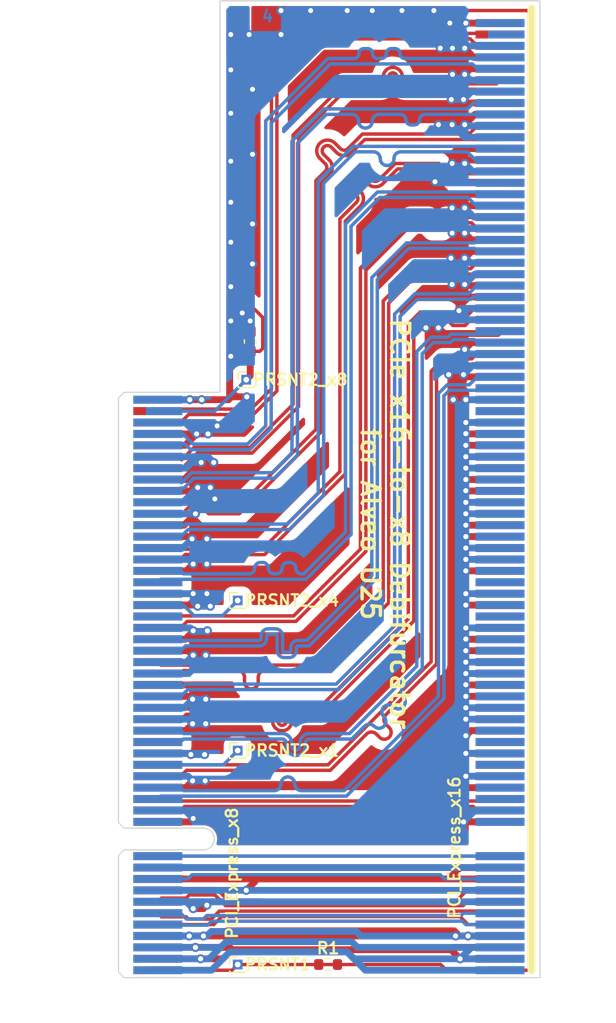
<source format=kicad_pcb>
(kicad_pcb (version 20221018) (generator pcbnew)
  (title_block (title "PCI-Express x8 Debifurcator") (company "mwrnd") (comment 1 "github.com/mwrnd/PCIe_x16-to-x8_Debifurcator"))
  (layers (0 "F.Cu" signal) (1 "In1.Cu" power) (2 "In2.Cu" power) (31 "B.Cu" signal) (36 "B.SilkS" user "B.Silkscreen") (37 "F.SilkS" user "F.Silkscreen") (38 "B.Mask" user) (39 "F.Mask" user) (44 "Edge.Cuts" user))
  (net 0 "")
  (net 1 "GND")
  (net 2 "nPERST")
  (net 3 "/PRSNT1")
  (net 4 "Net-(J1-~{PRSNT2}-PadB17)")
  (net 5 "Net-(J1-~{PRSNT2}-PadB31)")
  (net 6 "+12V")
  (net 7 "JTAG2")
  (net 8 "JTAG3")
  (net 9 "JTAG4")
  (net 10 "JTAG5")
  (net 14 "SMCLK")
  (net 15 "SMDAT")
  (net 16 "JTAG1")
  (net 17 "+3.3VA")
  (net 18 "+3.3V")
  (net 19 "nWAKE")
  (net 22 "Tx0_N")
  (net 23 "Tx0_P")
  (net 24 "Tx2_P")
  (net 25 "Tx2_N")
  (net 26 "Tx5_P")
  (net 27 "Tx5_N")
  (net 28 "Tx7_P")
  (net 29 "Tx7_N")
  (net 30 "Rx0_P")
  (net 31 "Rx0_N")
  (net 32 "Rx2_P")
  (net 33 "Rx2_N")
  (net 34 "Rx5_P")
  (net 35 "Rx5_N")
  (net 36 "Tx1_P")
  (net 37 "Tx1_N")
  (net 38 "Tx3_P")
  (net 39 "Tx3_N")
  (net 40 "Tx4_P")
  (net 41 "Tx4_N")
  (net 42 "Tx6_P")
  (net 43 "Tx6_N")
  (net 44 "Rx1_P")
  (net 45 "Rx1_N")
  (net 46 "Rx3_P")
  (net 47 "Rx3_N")
  (net 48 "Rx4_P")
  (net 49 "Rx4_N")
  (net 50 "Rx6_P")
  (net 51 "Rx6_N")
  (net 52 "Rx7_P")
  (net 53 "Rx7_N")
  (net 54 "REFCLK_P")
  (net 55 "REFCLK_N")
  (footprint "Connector_PinHeader_1.00mm:PinHeader_1x01_P1.00mm_Vertical" (layer "F.Cu") (at 80.75 63.25)
    (fp_text reference "TP4" hide)
    (fp_text value "PRSNT2_x8")
  )
  (footprint "Connector_PinHeader_1.00mm:PinHeader_1x01_P1.00mm_Vertical" (layer "F.Cu") (at 80 82.6)
    (fp_text reference "TP3" hide)
    (fp_text value "PRSNT2_x4")
  )
  (footprint "Resistor_SMD:R_0603_1608Metric" (layer "F.Cu") (at 87.925 114.5)
    (fp_text reference "R1")
    (fp_text value "DNP")
  )
  (footprint "Connector_PinHeader_1.00mm:PinHeader_1x01_P1.00mm_Vertical" (layer "F.Cu") (at 80 114.5)
    (fp_text reference "TP1" hide)
    (fp_text value "PRSNT1")
  )
  (footprint "Capacitor_SMD:C_0603_1608Metric_Pad1.08x0.95mm_HandSolder" (layer "F.Cu") (at 81.1 59.9 90)
    (fp_text reference "C1" hide)
    (fp_text value "0u1" hide)
  )
  (footprint "Connector_PinHeader_1.00mm:PinHeader_1x01_P1.00mm_Vertical" (layer "F.Cu") (at 80 95.75)
    (fp_text reference "TP2" hide)
    (fp_text value "PRSNT2_x1")
  )
  (footprint "Connector_PCBEdge:BUS_PCIexpress_x8" (layer "B.Cu") (at 73 115 90)
    (fp_text reference "J1" hide)
    (fp_text value "PCI_Express_x8")
    (fp_line (start -0.65 -2.95) (end -0.15 -3.45) (stroke (width 0.1)) (layer "Edge.Cuts"))
    (fp_line (start -0.65 4.95) (end -0.65 -2.95) (stroke (width 0.1)) (layer "Edge.Cuts"))
    (fp_line (start -0.15 -3.45) (end 10.05 -3.45) (stroke (width 0.1)) (layer "Edge.Cuts"))
    (fp_line (start 10.55 -2.95) (end 10.05 -3.45) (stroke (width 0.1)) (layer "Edge.Cuts"))
    (fp_line (start 10.55 4) (end 10.55 -2.95) (stroke (width 0.1)) (layer "Edge.Cuts"))
    (fp_line (start 12.45 -2.95) (end 12.95 -3.45) (stroke (width 0.1)) (layer "Edge.Cuts"))
    (fp_line (start 12.45 4) (end 12.45 -2.95) (stroke (width 0.1)) (layer "Edge.Cuts"))
    (fp_line (start 12.95 -3.45) (end 50.15 -3.45) (stroke (width 0.1)) (layer "Edge.Cuts"))
    (fp_line (start 50.65 -2.95) (end 50.15 -3.45) (stroke (width 0.1)) (layer "Edge.Cuts"))
    (fp_line (start 50.65 4.95) (end 50.65 -2.95) (stroke (width 0.1)) (layer "Edge.Cuts"))
    (fp_arc (start 12.45 4) (mid 11.5 4.95) (end 10.55 4) (stroke (width 0.1)) (layer "Edge.Cuts"))
  )
  (footprint "Connector_PCBEdge:BUS_PCIexpress_x16" (layer "B.Cu") (at 103 115 90)
    (fp_text reference "J2" hide)
    (fp_text value "PCI_Express_x16")
  )
  (gr_line (start 105.75 30.75) (end 105.75 115) (stroke (width 0.7)) (layer "F.SilkS"))
  (gr_line (start 106.5 115.65) (end 106.5 30.05) (stroke (width 0.1)) (layer "Edge.Cuts"))
  (gr_line (start 77.95 64.35) (end 78.45 64.35) (stroke (width 0.1)) (layer "Edge.Cuts"))
  (gr_line (start 106.5 30.05) (end 78.45 30.05) (stroke (width 0.1)) (layer "Edge.Cuts"))
  (gr_line (start 78.45 64.35) (end 78.45 30.05) (stroke (width 0.1)) (layer "Edge.Cuts"))
  (gr_line (start 77.95 115.65) (end 106.5 115.65) (stroke (width 0.1)) (layer "Edge.Cuts"))
  (gr_text "1" (at 79 32) (layer "F.Cu") (effects (font (size 1 1) (thickness 0.2) bold) (justify left bottom)))
  (gr_text "4" (at 82 32) (layer "B.Cu") (effects (font (size 1 1) (thickness 0.2) bold) (justify left bottom)))
  (gr_text "PCIe x16-to-x8 Debifurcator\nfor Alveo U25" (at 90.7 75.9 -90) (layer "F.SilkS") (effects (font (size 1.6 1.6) (thickness 0.3) bold) (justify bottom)))
  (segment (start 73 65) (end 75.8 65) (width 0.6) (layer "F.Cu") (net 1))
  (segment (start 97.6 58.7) (end 96.5 58.7) (width 0.6) (layer "F.Cu") (net 1))
  (segment (start 79.4 51.2) (end 79.4 47.7) (width 0.6) (layer "F.Cu") (net 1))
  (segment (start 103 52) (end 100.5 52) (width 0.6) (layer "F.Cu") (net 1))
  (segment (start 73 112) (end 103 112) (width 0.6) (layer "F.Cu") (net 1))
  (segment (start 99.3 43) (end 98.8 43.5) (width 0.6) (layer "F.Cu") (net 1))
  (segment (start 103 112) (end 100.2 112) (width 0.6) (layer "F.Cu") (net 1))
  (segment (start 100.2 112) (end 99.1 112) (width 0.6) (layer "F.Cu") (net 1))
  (segment (start 100.4 36) (end 99.9 36.5) (width 0.6) (layer "F.Cu") (net 1))
  (segment (start 73 87) (end 75.65 87) (width 0.6) (layer "F.Cu") (net 1))
  (segment (start 99.9 52.6) (end 98.7 52.6) (width 0.6) (layer "F.Cu") (net 1))
  (segment (start 103 40) (end 100.8 40) (width 0.6) (layer "F.Cu") (net 1))
  (segment (start 79.4 58.1) (end 79.4 55.1) (width 0.6) (layer "F.Cu") (net 1))
  (segment (start 103 83) (end 100 83) (width 0.6) (layer "F.Cu") (net 1))
  (segment (start 100.8 40) (end 99.9 40.9) (width 0.6) (layer "F.Cu") (net 1))
  (segment (start 75.8 102) (end 76.1 101.7) (width 0.6) (layer "F.Cu") (net 1))
  (segment (start 97.2 30.9) (end 83.8 30.9) (width 0.6) (layer "F.Cu") (net 1))
  (segment (start 99.8 102) (end 103 102) (width 0.6) (layer "F.Cu") (net 1))
  (segment (start 75.3 76) (end 76.3 75) (width 0.6) (layer "F.Cu") (net 1))
  (segment (start 100.5 52) (end 99.9 52.6) (width 0.6) (layer "F.Cu") (net 1))
  (segment (start 99.9 52.5) (end 99.9 52.6) (width 0.6) (layer "F.Cu") (net 1))
  (segment (start 99.9 48.2) (end 98.8 48.2) (width 0.6) (layer "F.Cu") (net 1))
  (segment (start 73 76) (end 75.3 76) (width 0.6) (layer "F.Cu") (net 1))
  (segment (start 103 39) (end 100.1 39) (width 0.6) (layer "F.Cu") (net 1))
  (segment (start 99.7 98.9) (end 100 98.6) (width 0.6) (layer "F.Cu") (net 1))
  (segment (start 80.1 57.4) (end 79.4 58.1) (width 0.6) (layer "F.Cu") (net 1))
  (segment (start 76.1 109.6) (end 77 109.6) (width 0.6) (layer "F.Cu") (net 1))
  (segment (start 100 32) (end 98.6 32) (width 0.6) (layer "F.Cu") (net 1))
  (segment (start 73 80) (end 75.5 80) (width 0.6) (layer "F.Cu") (net 1))
  (segment (start 75.45 99) (end 76.05 98.4) (width 0.6) (layer "F.Cu") (net 1))
  (segment (start 102.8 59.2) (end 103 59) (width 0.6) (layer "F.Cu") (net 1))
  (segment (start 75.4 86) (end 76.1 85.3) (width 0.6) (layer "F.Cu") (net 1))
  (segment (start 79.4 33) (end 79.4 61.2) (width 0.6) (layer "F.Cu") (net 1))
  (segment (start 76.1 79.4) (end 77.3 79.4) (width 0.6) (layer "F.Cu") (net 1))
  (segment (start 73 94) (end 76.6 94) (width 0.6) (layer "F.Cu") (net 1))
  (segment (start 73 72) (end 75.8 72) (width 0.6) (layer "F.Cu") (net 1))
  (segment (start 99.9 36.5) (end 98.830497 36.5) (width 0.6) (layer "F.Cu") (net 1))
  (segment (start 103 90) (end 100.024503 90) (width 0.6) (layer "F.Cu") (net 1))
  (segment (start 103 76) (end 100 76) (width 0.6) (layer "F.Cu") (net 1))
  (segment (start 103 65) (end 100 65) (width 0.6) (layer "F.Cu") (net 1))
  (segment (start 99.9 44.3) (end 98.8 44.3) (width 0.6) (layer "F.Cu") (net 1))
  (segment (start 103 72) (end 100 72) (width 0.6) (layer "F.Cu") (net 1))
  (segment (start 103 63) (end 99.9 63) (width 0.6) (layer "F.Cu") (net 1))
  (segment (start 100 98.6) (end 100 98) (width 0.6) (layer "F.Cu") (net 1))
  (segment (start 76 77.2) (end 77.3 77.2) (width 0.6) (layer "F.Cu") (net 1))
  (segment (start 99.8 102) (end 76.4 102) (width 0.6) (layer "F.Cu") (net 1))
  (segment (start 99.4 56.85) (end 100.25 56) (width 0.6) (layer "F.Cu") (net 1))
  (segment (start 103 91) (end 100 91) (width 0.6) (layer "F.Cu") (net 1))
  (segment (start 100.7 35) (end 99.9 34.2) (width 0.6) (layer "F.Cu") (net 1))
  (segment (start 81.3 49.6) (end 81.3 53.1) (width 0.6) (layer "F.Cu") (net 1))
  (segment (start 100 96) (end 100 64.3) (width 0.6) (layer "F.Cu") (net 1))
  (segment (start 103 99) (end 99.8 99) (width 0.6) (layer "F.Cu") (net 1))
  (segment (start 73 86) (end 75.4 86) (width 0.6) (layer "F.Cu") (net 1))
  (segment (start 103 48) (end 100.1 48) (width 0.6) (layer "F.Cu") (net 1))
  (segment (start 75.75 83) (end 76.1 82.65) (width 0.6) (layer "F.Cu") (net 1))
  (segment (start 100 55) (end 99.9 54.9) (width 0.6) (layer "F.Cu") (net 1))
  (segment (start 103 96) (end 100 96) (width 0.6) (layer "F.Cu") (net 1))
  (segment (start 100.024503 68) (end 100 67.975497) (width 0.6) (layer "F.Cu") (net 1))
  (segment (start 76.2 73) (end 76.5 72.7) (width 0.6) (layer "F.Cu") (net 1))
  (segment (start 100.5 60) (end 99.9 60.6) (width 0.6) (layer "F.Cu") (net 1))
  (segment (start 99.9 54.9) (end 98.8 54.9) (width 0.6) (layer "F.Cu") (net 1))
  (segment (start 99.8 62.8) (end 98.5 62.8) (width 0.6) (layer "F.Cu") (net 1))
  (segment (start 77 112) (end 73 112) (width 0.6) (layer "F.Cu") (net 1))
  (segment (start 76.4 83) (end 73 83) (width 0.6) (layer "F.Cu") (net 1))
  (segment (start 76.85 65) (end 79.2 65) (width 0.6) (layer "F.Cu") (net 1))
  (segment (start 76.3 68) (end 76.4 68.1) (width 0.6) (layer "F.Cu") (net 1))
  (segment (start 94.4 30.9) (end 97.2 30.9) (width 0.6) (layer "F.Cu") (net 1))
  (segment (start 75.45 94) (end 76.05 93.4) (width 0.6) (layer "F.Cu") (net 1))
  (segment (start 79.2 65) (end 79.3 64.9) (width 0.6) (layer "F.Cu") (net 1))
  (segment (start 89.6 30.9) (end 91.8 30.9) (width 0.6) (layer "F.Cu") (net 1))
  (segment (start 103 32) (end 100 32) (width 0.6) (layer "F.Cu") (net 1))
  (segment (start 75.8 96) (end 75.9 96.1) (width 0.6) (layer "F.Cu") (net 1))
  (segment (start 75.65 87) (end 76.15 87.5) (width 0.6) (layer "F.Cu") (net 1))
  (segment (start 77.9 70.5) (end 77.9 73.6) (width 0.6) (layer "F.Cu") (net 1))
  (segment (start 77.9 73.6) (end 78 73.7) (width 0.6) (layer "F.Cu") (net 1))
  (segment (start 73 91) (end 76.95 91) (width 0.6) (layer "F.Cu") (net 1))
  (segment (start 81.1 58) (end 80.5 57.4) (width 0.6) (layer "F.Cu") (net 1))
  (segment (start 99.4 57.2) (end 99.4 56.85) (width 0.6) (layer "F.Cu") (net 1))
  (segment (start 103 36) (end 100.4 36) (width 0.6) (layer "F.Cu") (net 1))
  (segment (start 100 64.3) (end 98.5 62.8) (width 0.6) (layer "F.Cu") (net 1))
  (segment (start 103 86) (end 100.024503 86) (width 0.6) (layer "F.Cu") (net 1))
  (segment (start 79.3 61.3) (end 79.4 61.2) (width 0.6) (layer "F.Cu") (net 1))
  (segment (start 75.3 72) (end 76.8 70.5) (width 0.6) (layer "F.Cu") (net 1))
  (segment (start 80.4 57.4) (end 80.1 57.4) (width 0.6) (layer "F.Cu") (net 1))
  (segment (start 103 60) (end 100.5 60) (width 0.6) (layer "F.Cu") (net 1))
  (segment (start 76.95 91) (end 77.2 91.25) (width 0.6) (layer "F.Cu") (net 1))
  (segment (start 99.9 50.4) (end 98.8 50.4) (width 0.6) (layer "F.Cu") (net 1))
  (segment (start 103 94) (end 100.45 94) (width 0.6) (layer "F.Cu") (net 1))
  (segment (start 100.1 48) (end 99.9 48.2) (width 0.6) (layer "F.Cu") (net 1))
  (segment (start 103 51) (end 100.5 51) (width 0.6) (layer "F.Cu") (net 1))
  (segment (start 75.5 80) (end 76.1 79.4) (width 0.6) (layer "F.Cu") (net 1))
  (segment (start 103 73) (end 100.024503 73) (width 0.6) (layer "F.Cu") (net 1))
  (segment (start 73 83) (end 75.75 83) (width 0.6) (layer "F.Cu") (net 1))
  (segment (start 103 87) (end 100 87) (width 0.6) (layer "F.Cu") (net 1))
  (segment (start 103 77) (end 100 77) (width 0.6) (layer "F.Cu") (net 1))
  (segment (start 73 96) (end 75.8 96) (width 0.6) (layer "F.Cu") (net 1))
  (segment (start 75.8 77) (end 76 77.2) (width 0.6) (layer "F.Cu") (net 1))
  (segment (start 79.4 36.1) (end 79.4 33) (width 0.6) (layer "F.Cu") (net 1))
  (segment (start 98.8 43.5) (end 98.8 44.3) (width 0.6) (layer "F.Cu") (net 1))
  (segment (start 98.4 47) (end 97.3 45.9) (width 0.6) (layer "F.Cu") (net 1))
  (segment (start 81.1 59.0375) (end 81.1 58.1) (width 0.6) (layer "F.Cu") (net 1))
  (segment (start 79.4 44.1) (end 79.4 39.9) (width 0.6) (layer "F.Cu") (net 1))
  (segment (start 97.6 58.7) (end 98.1 59.2) (width 0.6) (layer "F.Cu") (net 1))
  (segment (start 99.9 63) (end 99.8 62.9) (width 0.6) (layer "F.Cu") (net 1))
  (segment (start 100.45 94) (end 100 94.45) (width 0.6) (layer "F.Cu") (net 1))
  (segment (start 78 73.8) (end 78 73.7) (width 0.6) (layer "F.Cu") (net 1))
  (segment (start 103 47) (end 98.4 47) (width 0.6) (layer "F.Cu") (net 1))
  (segment (start 75.8 72) (end 76.5 72.7) (width 0.6) (layer "F.Cu") (net 1))
  (segment (start 81.1 58.1) (end 81.1 58) (width 0.6) (layer "F.Cu") (net 1))
  (segment (start 76.8 70.5) (end 77.9 70.5) (width 0.6) (layer "F.Cu") (net 1))
  (segment (start 75.95 90) (end 77.2 91.25) (width 0.6) (layer "F.Cu") (net 1))
  (segment (start 100.2 44) (end 99.9 44.3) (width 0.6) (layer "F.Cu") (net 1))
  (segment (start 75.4 69) (end 76.4 68) (width 0.6) (layer "F.Cu") (net 1))
  (segment (start 73 72) (end 75.3 72) (width 0.6) (layer "F.Cu") (net 1))
  (segment (start 100.1 39) (end 99.8 38.7) (width 0.6) (layer "F.Cu") (net 1))
  (segment (start 76.5 83.1) (end 76.4 83) (width 0.6) (layer "F.Cu") (net 1))
  (segment (start 76.1 82.65) (end 76.1 82) (width 0.6) (layer "F.Cu") (net 1))
  (segment (start 99.9 40.9) (end 98.8 40.9) (width 0.6) (layer "F.Cu") (net 1))
  (segment (start 83.8 30.9) (end 86.4 30.9) (width 0.6) (layer "F.Cu") (net 1))
  (segment (start 103 44) (end 100.2 44) (width 0.6) (layer "F.Cu") (net 1))
  (segment (start 73 99) (end 75.45 99) (width 0.6) (layer "F.Cu") (net 1))
  (segment (start 100.25 56) (end 103 56) (width 0.6) (layer "F.Cu") (net 1))
  (segment (start 77 109.6) (end 77.3 109.3) (width 0.6) (layer "F.Cu") (net 1))
  (segment (start 76.6 94) (end 77.2 93.4) (width 0.6) (layer "F.Cu") (net 1))
  (segment (start 83.8 33) (end 79.4 33) (width 0.6) (layer "F.Cu") (net 1))
  (segment (start 73 77) (end 75.8 77) (width 0.6) (layer "F.Cu") (net 1))
  (segment (start 103 55) (end 100 55) (width 0.6) (layer "F.Cu") (net 1))
  (segment (start 100 65) (end 98.9 65) (width 0.6) (layer "F.Cu") (net 1))
  (segment (start 73 102) (end 75.8 102) (width 0.6) (layer "F.Cu") (net 1))
  (segment (start 73 73) (end 76.2 73) (width 0.6) (layer "F.Cu") (net 1))
  (segment (start 75.8 65) (end 76.85 65) (width 0.6) (layer "F.Cu") (net 1))
  (segment (start 79.2 65) (end 79.45 64.75) (width 0.6) (layer "F.Cu") (net 1))
  (segment (start 73 94) (end 75.45 94) (width 0.6) (layer "F.Cu") (net 1))
  (segment (start 100.024503 73) (end 100 72.975497) (width 0.6) (layer "F.Cu") (net 1))
  (segment (start 76.4 68) (end 77.4 68) (width 0.6) (layer "F.Cu") (net 1))
  (segment (start 77.2 87.4) (end 76.1 87.4) (width 0.6) (layer "F.Cu") (net 1))
  (segment (start 103 35) (end 100.7 35) (width 0.6) (layer "F.Cu") (net 1))
  (segment (start 79.45 64.75) (end 80.8 64.75) (width 0.6) (layer "F.Cu") (net 1))
  (segment (start 103 69) (end 100 69) (width 0.6) (layer "F.Cu") (net 1))
  (segment (start 103 43) (end 99.3 43) (width 0.6) (layer "F.Cu") (net 1))
  (segment (start 103 80) (end 100 80) (width 0.6) (layer "F.Cu") (net 1))
  (segment (start 98.1 59.2) (end 102.8 59.2) (width 0.6) (layer "F.Cu") (net 1))
  (segment (start 76.4 102) (end 76.1 101.7) (width 0.6) (layer "F.Cu") (net 1))
  (segment (start 100.024503 86) (end 100 85.975497) (width 0.6) (layer "F.Cu") (net 1))
  (segment (start 100.024503 90) (end 100 89.975497) (width 0.6) (layer "F.Cu") (net 1))
  (segment (start 100.5 51) (end 99.9 50.4) (width 0.6) (layer "F.Cu") (net 1))
  (segment (start 73 90) (end 75.95 90) (width 0.6) (layer "F.Cu") (net 1))
  (segment (start 81.3 37.8) (end 81.3 43.5) (width 0.6) (layer "F.Cu") (net 1))
  (segment (start 99.8 99) (end 99.7 98.9) (width 0.6) (layer "F.Cu") (net 1))
  (segment (start 79.3 64.9) (end 79.3 61.3) (width 0.6) (layer "F.Cu") (net 1))
  (segment (start 103 68) (end 100.024503 68) (width 0.6) (layer "F.Cu") (net 1))
  (segment (start 73 68) (end 76.3 68) (width 0.6) (layer "F.Cu") (net 1))
  (segment (start 73 69) (end 75.4 69) (width 0.6) (layer "F.Cu") (net 1))
  (via (at 98.830497 34.2) (size 0.8) (drill 0.44) (layers "F.Cu" "B.Cu") (net 1))
  (via (at 96.5 58.7) (size 0.8) (drill 0.44) (layers "F.Cu" "B.Cu") (net 1))
  (via (at 98.7 52.6) (size 0.8) (drill 0.44) (layers "F.Cu" "B.Cu") (net 1))
  (via (at 99.8 62.8) (size 0.8) (drill 0.44) (layers "F.Cu" "B.Cu") (net 1))
  (via (at 77.3 77.2) (size 0.8) (drill 0.44) (layers "F.Cu" "B.Cu") (net 1))
  (via (at 76.1 101.7) (size 0.8) (drill 0.44) (layers "F.Cu" "B.Cu") (net 1))
  (via (at 86.4 30.9) (size 0.8) (drill 0.44) (layers "F.Cu" "B.Cu") (net 1))
  (via (at 76.1 79.4) (size 0.8) (drill 0.44) (layers "F.Cu" "B.Cu") (net 1))
  (via (at 77.1 96.1) (size 0.8) (drill 0.45) (layers "F.Cu" "B.Cu") (net 1))
  (via (at 100 98) (size 0.8) (drill 0.45) (layers "F.Cu" "B.Cu") (net 1))
  (via (at 99.9 48.2) (size 0.8) (drill 0.44) (layers "F.Cu" "B.Cu") (net 1))
  (via (at 83.8 30.9) (size 0.8) (drill 0.44) (layers "F.Cu" "B.Cu") (net 1))
  (via (at 97.2 30.9) (size 0.8) (drill 0.44) (layers "F.Cu" "B.Cu") (net 1))
  (via (at 100 70) (size 0.8) (drill 0.45) (layers "F.Cu" "B.Cu") (net 1))
  (via (at 100 71) (size 0.8) (drill 0.45) (layers "F.Cu" "B.Cu") (net 1))
  (via (at 100 93) (size 0.8) (drill 0.45) (layers "F.Cu" "B.Cu") (net 1))
  (via (at 78.2 67.3) (size 0.8) (drill 0.44) (layers "F.Cu" "B.Cu") (net 1))
  (via (at 81.1 58.1) (size 0.8) (drill 0.44) (layers "F.Cu" "B.Cu") (net 1))
  (via (at 76.05 91.25) (size 0.8) (drill 0.45) (layers "F.Cu" "B.Cu") (net 1))
  (via (at 80.8 64.75) (size 0.8) (drill 0.45) (layers "F.Cu" "B.Cu") (net 1))
  (via (at 99.9 40.9) (size 0.8) (drill 0.44) (layers "F.Cu" "B.Cu") (net 1))
  (via (at 91.8 30.9) (size 0.8) (drill 0.44) (layers "F.Cu" "B.Cu") (net 1))
  (via (at 81.3 43.5) (size 0.8) (drill 0.44) (layers "F.Cu" "B.Cu") (net 1))
  (via (at 77.3 109.3) (size 0.8) (drill 0.45) (layers "F.Cu" "B.Cu") (net 1))
  (via (at 77.6 72.7) (size 0.8) (drill 0.44) (layers "F.Cu" "B.Cu") (net 1))
  (via (at 76.85 65) (size 0.8) (drill 0.45) (layers "F.Cu" "B.Cu") (net 1))
  (via (at 98.830497 36.5) (size 0.8) (drill 0.44) (layers "F.Cu" "B.Cu") (net 1))
  (via (at 79.4 61.2) (size 0.8) (drill 0.44) (layers "F.Cu" "B.Cu") (net 1))
  (via (at 100 91) (size 0.8) (drill 0.45) (layers "F.Cu" "B.Cu") (net 1))
  (via (at 76.1 109.6) (size 0.8) (drill 0.45) (layers "F.Cu" "B.Cu") (net 1))
  (via (at 100 76) (size 0.8) (drill 0.45) (layers "F.Cu" "B.Cu") (net 1))
  (via (at 100 83) (size 0.8) (drill 0.45) (layers "F.Cu" "B.Cu") (net 1))
  (via (at 79.4 58.1) (size 0.8) (drill 0.44) (layers "F.Cu" "B.Cu") (net 1))
  (via (at 99.9 50.4) (size 0.8) (drill 0.44) (layers "F.Cu" "B.Cu") (net 1))
  (via (at 79.4 51.2) (size 0.8) (drill 0.44) (layers "F.Cu" "B.Cu") (net 1))
  (via (at 79.4 39.9) (size 0.8) (drill 0.44) (layers "F.Cu" "B.Cu") (net 1))
  (via (at 79.4 55.1) (size 0.8) (drill 0.44) (layers "F.Cu" "B.Cu") (net 1))
  (via (at 76 77.2) (size 0.8) (drill 0.44) (layers "F.Cu" "B.Cu") (net 1))
  (via (at 76.8 70.5) (size 0.8) (drill 0.44) (layers "F.Cu" "B.Cu") (net 1))
  (via (at 77.3 82) (size 0.8) (drill 0.44) (layers "F.Cu" "B.Cu") (net 1))
  (via (at 99.8 38.7) (size 0.8) (drill 0.44) (layers "F.Cu" "B.Cu") (net 1))
  (via (at 76.1 87.4) (size 0.8) (drill 0.44) (layers "F.Cu" "B.Cu") (net 1))
  (via (at 99.9 52.6) (size 0.8) (drill 0.44) (layers "F.Cu" "B.Cu") (net 1))
  (via (at 100 85) (size 0.8) (drill 0.45) (layers "F.Cu" "B.Cu") (net 1))
  (via (at 77.35 85.25) (size 0.8) (drill 0.44) (layers "F.Cu" "B.Cu") (net 1))
  (via (at 100 69) (size 0.8) (drill 0.45) (layers "F.Cu" "B.Cu") (net 1))
  (via (at 79.4 47.7) (size 0.8) (drill 0.44) (layers "F.Cu" "B.Cu") (net 1))
  (via (at 98.8 48.2) (size 0.8) (drill 0.44) (layers "F.Cu" "B.Cu") (net 1))
  (via (at 99.9 60.6) (size 0.8) (drill 0.44) (layers "F.Cu" "B.Cu") (net 1))
  (via (at 76.4 68) (size 0.8) (drill 0.44) (layers "F.Cu" "B.Cu") (net 1))
  (via (at 77.9 70.5) (size 0.8) (drill 0.44) (layers "F.Cu" "B.Cu") (net 1))
  (via (at 99.4 57.2) (size 0.8) (drill 0.44) (layers "F.Cu" "B.Cu") (net 1))
  (via (at 83.8 33) (size 0.8) (drill 0.44) (layers "F.Cu" "B.Cu") (net 1))
  (via (at 100 92) (size 0.8) (drill 0.45) (layers "F.Cu" "B.Cu") (net 1))
  (via (at 77 112) (size 0.8) (drill 0.45) (layers "F.Cu" "B.Cu") (net 1))
  (via (at 98.9 65) (size 0.8) (drill 0.44) (layers "F.Cu" "B.Cu") (net 1))
  (via (at 77.4 68) (size 0.8) (drill 0.44) (layers "F.Cu" "B.Cu") (net 1))
  (via (at 100 72.975497) (size 0.8) (drill 0.45) (layers "F.Cu" "B.Cu") (net 1))
  (via (at 99.9 36.5) (size 0.8) (drill 0.44) (layers "F.Cu" "B.Cu") (net 1))
  (via (at 100 67.975497) (size 0.8) (drill 0.45) (layers "F.Cu" "B.Cu") (net 1))
  (via (at 100 87) (size 0.8) (drill 0.45) (layers "F.Cu" "B.Cu") (net 1))
  (via (at 97.760994 34.2) (size 0.8) (drill 0.44) (layers "F.Cu" "B.Cu") (net 1))
  (via (at 100 89.975497) (size 0.8) (drill 0.45) (layers "F.Cu" "B.Cu") (net 1))
  (via (at 75.8 65) (size 0.8) (drill 0.45) (layers "F.Cu" "B.Cu") (net 1))
  (via (at 89.6 30.9) (size 0.8) (drill 0.44) (layers "F.Cu" "B.Cu") (net 1))
  (via (at 98.730497 38.7) (size 0.8) (drill 0.44) (layers "F.Cu" "B.Cu") (net 1))
  (via (at 77.2 87.4) (size 0.8) (drill 0.44) (layers "F.Cu" "B.Cu") (net 1))
  (via (at 98.5 62.8) (size 0.8) (drill 0.44) (layers "F.Cu" "B.Cu") (net 1))
  (via (at 100 78) (size 0.8) (drill 0.45) (layers "F.Cu" "B.Cu") (net 1))
  (via (at 77.2 93.4) (size 0.8) (drill 0.45) (layers "F.Cu" "B.Cu") (net 1))
  (via (at 100 80) (size 0.8) (drill 0.45) (layers "F.Cu" "B.Cu") (net 1))
  (via (at 78 73.7) (size 0.8) (drill 0.44) (layers "F.Cu" "B.Cu") (net 1))
  (via (at 77.6 83.1) (size 0.8) (drill 0.44) (layers "F.Cu" "B.Cu") (net 1))
  (via (at 100 79) (size 0.8) (drill 0.45) (layers "F.Cu" "B.Cu") (net 1))
  (via (at 97.6 58.7) (size 0.8) (drill 0.44) (layers "F.Cu" "B.Cu") (net 1))
  (via (at 77.2 91.25) (size 0.8) (drill 0.45) (layers "F.Cu" "B.Cu") (net 1))
  (via (at 79.4 36.1) (size 0.8) (drill 0.44) (layers "F.Cu" "B.Cu") (net 1))
  (via (at 76.5 83.1) (size 0.8) (drill 0.44) (layers "F.Cu" "B.Cu") (net 1))
  (via (at 79.4 44.1) (size 0.8) (drill 0.44) (layers "F.Cu" "B.Cu") (net 1))
  (via (at 100 72) (size 0.8) (drill 0.45) (layers "F.Cu" "B.Cu") (net 1))
  (via (at 100.2 112) (size 0.8) (drill 0.45) (layers "F.Cu" "B.Cu") (net 1))
  (via (at 76.05 93.4) (size 0.8) (drill 0.45) (layers "F.Cu" "B.Cu") (net 1))
  (via (at 100 82) (size 0.8) (drill 0.45) (layers "F.Cu" "B.Cu") (net 1))
  (via (at 99.8 102) (size 0.8) (drill 0.45) (layers "F.Cu" "B.Cu") (net 1))
  (via (at 80.4 57.4) (size 0.8) (drill 0.44) (layers "F.Cu" "B.Cu") (net 1))
  (via (at 77.3 79.4) (size 0.8) (drill 0.44) (layers "F.Cu" "B.Cu") (net 1))
  (via (at 100 67) (size 0.8) (drill 0.45) (layers "F.Cu" "B.Cu") (net 1))
  (via (at 81.3 53.1) (size 0.8) (drill 0.44) (layers "F.Cu" "B.Cu") (net 1))
  (via (at 99.9 54.9) (size 0.8) (drill 0.44) (layers "F.Cu" "B.Cu") (net 1))
  (via (at 100 77) (size 0.8) (drill 0.45) (layers "F.Cu" "B.Cu") (net 1))
  (via (at 81.3 49.6) (size 0.8) (drill 0.44) (layers "F.Cu" "B.Cu") (net 1))
  (via (at 76.05 98.4) (size 0.8) (drill 0.45) (layers "F.Cu" "B.Cu") (net 1))
  (via (at 97.3 45.9) (size 0.8) (drill 0.44) (layers "F.Cu" "B.Cu") (net 1))
  (via (at 100 94.45) (size 0.8) (drill 0.45) (layers "F.Cu" "B.Cu") (net 1))
  (via (at 99.9 34.2) (size 0.8) (drill 0.44) (layers "F.Cu" "B.Cu") (net 1))
  (via (at 98.8 50.4) (size 0.8) (drill 0.44) (layers "F.Cu" "B.Cu") (net 1))
  (via (at 100 65) (size 0.8) (drill 0.45) (layers "F.Cu" "B.Cu") (net 1))
  (via (at 76.3 75) (size 0.8) (drill 0.44) (layers "F.Cu" "B.Cu") (net 1))
  (via (at 76.1 82) (size 0.8) (drill 0.44) (layers "F.Cu" "B.Cu") (net 1))
  (via (at 98.8 54.9) (size 0.8) (drill 0.44) (layers "F.Cu" "B.Cu") (net 1))
  (via (at 77.15 98.4) (size 0.8) (drill 0.44) (layers "F.Cu" "B.Cu") (net 1))
  (via (at 100 74) (size 0.8) (drill 0.45) (layers "F.Cu" "B.Cu") (net 1))
  (via (at 100 88) (size 0.8) (drill 0.45) (layers "F.Cu" "B.Cu") (net 1))
  (via (at 100 89) (size 0.8) (drill 0.45) (layers "F.Cu" "B.Cu") (net 1))
  (via (at 98.8 40.9) (size 0.8) (drill 0.44) (layers "F.Cu" "B.Cu") (net 1))
  (via (at 76.1 85.25) (size 0.8) (drill 0.44) (layers "F.Cu" "B.Cu") (net 1))
  (via (at 100 75) (size 0.8) (drill 0.45) (layers "F.Cu" "B.Cu") (net 1))
  (via (at 100 96) (size 0.8) (drill 0.45) (layers "F.Cu" "B.Cu") (net 1))
  (via (at 75.9 96.1) (size 0.8) (drill 0.45) (layers "F.Cu" "B.Cu") (net 1))
  (via (at 98.8 44.3) (size 0.8) (drill 0.44) (layers "F.Cu" "B.Cu") (net 1))
  (via (at 100 85.975497) (size 0.8) (drill 0.45) (layers "F.Cu" "B.Cu") (net 1))
  (via (at 81 33) (size 0.8) (drill 0.44) (layers "F.Cu" "B.Cu") (net 1))
  (via (at 81.3 37.8) (size 0.8) (drill 0.44) (layers "F.Cu" "B.Cu") (net 1))
  (via (at 79.4 33) (size 0.8) (drill 0.44) (layers "F.Cu" "B.Cu") (net 1))
  (via (at 97.6 40.9) (size 0.8) (drill 0.44) (layers "F.Cu" "B.Cu") (net 1))
  (via (at 75.75 112) (size 0.8) (drill 0.45) (layers "F.Cu" "B.Cu") (net 1))
  (via (at 99.1 112) (size 0.8) (drill 0.45) (layers "F.Cu" "B.Cu") (net 1))
  (via (at 99.9 44.3) (size 0.8) (drill 0.44) (layers "F.Cu" "B.Cu") (net 1))
  (via (at 76.5 72.7) (size 0.8) (drill 0.44) (layers "F.Cu" "B.Cu") (net 1))
  (via (at 98.6 32) (size 0.8) (drill 0.44) (layers "F.Cu" "B.Cu") (net 1))
  (via (at 94.4 30.9) (size 0.8) (drill 0.44) (layers "F.Cu" "B.Cu") (net 1))
  (via (at 100 32) (size 0.8) (drill 0.44) (layers "F.Cu" "B.Cu") (net 1))
  (segment (start 99.9 34.2) (end 98.830497 34.2) (width 0.6) (layer "B.Cu") (net 1))
  (segment (start 76.15 87.45) (end 76.1 87.4) (width 0.6) (layer "B.Cu") (net 1))
  (segment (start 103 74) (end 100 74) (width 0.6) (layer "B.Cu") (net 1))
  (segment (start 81.3 43.5) (end 81.3 49.6) (width 0.6) (layer "B.Cu") (net 1))
  (segment (start 103 54) (end 100.8 54) (width 0.6) (layer "B.Cu") (net 1))
  (segment (start 77.3 82.8) (end 77.6 83.1) (width 0.6) (layer "B.Cu") (net 1))
  (segment (start 83.8 33) (end 84.1 32.7) (width 0.6) (layer "B.Cu") (net 1))
  (segment (start 73 98) (end 75.65 98) (width 0.6) (layer "B.Cu") (net 1))
  (segment (start 75.65 93) (end 76.05 93.4) (width 0.6) (layer "B.Cu") (net 1))
  (segment (start 76.5 83.1) (end 77.6 83.1) (width 0.6) (layer "B.Cu") (net 1))
  (segment (start 75.5 88) (end 76.1 87.4) (width 0.6) (layer "B.Cu") (net 1))
  (segment (start 98.8 44.3) (end 98.8 45.8) (width 0.6) (layer "B.Cu") (net 1))
  (segment (start 73 74) (end 75.2 74) (width 0.6) (layer "B.Cu") (net 1))
  (segment (start 103 89) (end 100 89) (width 0.6) (layer "B.Cu") (net 1))
  (segment (start 77.4 70) (end 77.9 70.5) (width 0.6) (layer "B.Cu") (net 1))
  (segment (start 77 109) (end 73 109) (width 0.6) (layer "B.Cu") (net 1))
  (segment (start 103 41) (end 100 41) (width 0.6) (layer "B.Cu") (net 1))
  (segment (start 100.4 53) (end 99.9 52.5) (width 0.6) (layer "B.Cu") (net 1))
  (segment (start 77 112) (end 75.75 112) (width 0.6) (layer "B.Cu") (net 1))
  (segment (start 77.15 98.4) (end 76.05 98.4) (width 0.6) (layer "B.Cu") (net 1))
  (segment (start 100 101.8) (end 99.8 102) (width 0.6) (layer "B.Cu") (net 1))
  (segment (start 103 98) (end 100 98) (width 0.6) (layer "B.Cu") (net 1))
  (segment (start 81.95 109) (end 73 109) (width 0.6) (layer "B.Cu") (net 1))
  (segment (start 100.6 45) (end 99.9 44.3) (width 0.6) (layer "B.Cu") (net 1))
  (segment (start 99.1 112) (end 103 112) (width 0.6) (layer "B.Cu") (net 1))
  (segment (start 103 65) (end 100 65) (width 0.6) (layer "B.Cu") (net 1))
  (segment (start 76.15 88.55) (end 76.1 88.5) (width 0.6) (layer "B.Cu") (net 1))
  (segment (start 77.2 93.4) (end 76.05 93.4) (width 0.6) (layer "B.Cu") (net 1))
  (segment (start 86.4 30.9) (end 89.6 30.9) (width 0.6) (layer "B.Cu") (net 1))
  (segment (start 99.8 62.9) (end 99.8 62.8) (width 0.6) (layer "B.Cu") (net 1))
  (segment (start 97.6 58.7) (end 98.3 58) (width 0.6) (layer "B.Cu") (net 1))
  (segment (start 100 98) (end 100 101.8) (width 0.6) (layer "B.Cu") (net 1))
  (segment (start 73 82) (end 76.1 82) (width 0.6) (layer "B.Cu") (net 1))
  (segment (start 77.6 109) (end 77.3 109.3) (width 0.6) (layer "B.Cu") (net 1))
  (segment (start 97.4 46) (end 97.3 45.9) (width 0.6) (layer "B.Cu") (net 1))
  (segment (start 100.1 34) (end 99.9 34.2) (width 0.6) (layer "B.Cu") (net 1))
  (segment (start 75.85 85) (end 76.1 85.25) (width 0.6) (layer "B.Cu") (net 1))
  (segment (start 76.1 88.5) (end 76.1 87.4) (width 0.6) (layer "B.Cu") (net 1))
  (segment (start 75.5 109) (end 76.1 109.6) (width 0.6) (layer "B.Cu") (net 1))
  (segment (start 77.8 74) (end 78 73.8) (width 0.6) (layer "B.Cu") (net 1))
  (segment (start 77.690954 111.6) (end 90.4 111.6) (width 0.6) (layer "B.Cu") (net 1))
  (segment (start 84.1 31.2) (end 83.8 30.9) (width 0.6) (layer "B.Cu") (net 1))
  (segment (start 80.5 57.4) (end 80.4 57.4) (width 0.6) (layer "B.Cu") (net 1))
  (segment (start 77.6 72.7) (end 76.5 72.7) (width 0.6) (layer "B.Cu") (net 1))
  (segment (start 77.1 96.1) (end 75.9 96.1) (width 0.6) (layer "B.Cu") (net 1))
  (segment (start 103 93) (end 100 93) (width 0.6) (layer "B.Cu") (net 1))
  (segment (start 81 37.5) (end 81.3 37.8) (width 0.6) (layer "B.Cu") (net 1))
  (segment (start 103 85) (end 100 85) (width 0.6) (layer "B.Cu") (net 1))
  (segment (start 75.8 96) (end 75.9 96.1) (width 0.6) (layer "B.Cu") (net 1))
  (segment (start 75.4 67) (end 76.4 68) (width 0.6) (layer "B.Cu") (net 1))
  (segment (start 77.25 87.35) (end 77.2 87.4) (width 0.6) (layer "B.Cu") (net 1))
  (segment (start 81 33) (end 83.8 33) (width 0.6) (layer "B.Cu") (net 1))
  (segment (start 81.95 109) (end 77.6 109) (width 0.6) (layer "B.Cu") (net 1))
  (segment (start 98.8 40.9) (end 97.6 40.9) (width 0.6) (layer "B.Cu") (net 1))
  (segment (start 103 34) (end 100.1 34) (width 0.6) (layer "B.Cu") (net 1))
  (segment (start 77.290954 112) (end 77.690954 111.6) (width 0.6) (layer "B.Cu") (net 1))
  (segment (start 76.15 87.5) (end 76.15 87.45) (width 0.6) (layer "B.Cu") (net 1))
  (segment (start 77.9 67) (end 78.2 67.3) (width 0.6) (layer "B.Cu") (net 1))
  (segment (start 103 38) (end 100.5 38) (width 0.6) (layer "B.Cu") (net 1))
  (segment (start 100 41) (end 99.9 40.9) (width 0.6) (layer "B.Cu") (net 1))
  (segment (start 103 50) (end 100.3 50) (width 0.6) (layer "B.Cu") (net 1))
  (segment (start 75.65 98) (end 76.05 98.4) (width 0.6) (layer "B.Cu") (net 1))
  (segment (start 103 62) (end 100.6 62) (width 0.6) (layer "B.Cu") (net 1))
  (segment (start 76.1 82.7) (end 76.5 83.1) (width 0.6) (layer "B.Cu") (net 1))
  (segment (start 73 65) (end 75.8 65) (width 0.6) (layer "B.Cu") (net 1))
  (segment (start 103 92) (end 100 92) (width 0.6) (layer "B.Cu") (net 1))
  (segment (start 75.4 101) (end 76.1 101.7) (width 0.6) (layer "B.Cu") (net 1))
  (segment (start 77.2 91.25) (end 77.2 93.4) (width 0.6) (layer "B.Cu") (net 1))
  (segment (start 73 75) (end 76.3 75) (width 0.6) (layer "B.Cu") (net 1))
  (segment (start 100.4 37) (end 99.9 36.5) (width 0.6) (layer "B.Cu") (net 1))
  (segment (start 103 37) (end 100.4 37) (width 0.6) (layer "B.Cu") (net 1))
  (segment (start 83.8 30.9) (end 98.9 30.9) (width 0.6) (layer "B.Cu") (net 1))
  (segment (start 99.8 38.7) (end 98.730497 38.7) (width 0.6) (layer "B.Cu") (net 1))
  (segment (start 77 112) (end 77.290954 112) (width 0.6) (layer "B.Cu") (net 1))
  (segment (start 103 109) (end 81.95 109) (width 0.6) (layer "B.Cu") (net 1))
  (segment (start 75.969634 70.5) (end 76.8 70.5) (width 0.6) (layer "B.Cu") (net 1))
  (segment (start 100.3 50) (end 99.9 50.4) (width 0.6) (layer "B.Cu") (net 1))
  (segment (start 103 79) (end 100 79) (width 0.6) (layer "B.Cu") (net 1))
  (segment (start 79.4 55.1) (end 79.4 51.2) (width 0.6) (layer "B.Cu") (net 1))
  (segment (start 73 93) (end 75.65 93) (width 0.6) (layer "B.Cu") (net 1))
  (segment (start 98.3 58) (end 103 58) (width 0.6) (layer "B.Cu") (net 1))
  (segment (start 73 74) (end 77.8 74) (width 0.6) (layer "B.Cu") (net 1))
  (segment (start 103 45) (end 100.6 45) (width 0.6) (layer "B.Cu") (net 1))
  (segment (start 73 96) (end 75.8 96) (width 0.6) (layer "B.Cu") (net 1))
  (segment (start 81 33) (end 81 37.5) (width 0.6) (layer "B.Cu") (net 1))
  (segment (start 100.5 38) (end 99.8 38.7) (width 0.6) (layer "B.Cu") (net 1))
  (segment (start 100.8 101) (end 99.8 102) (width 0.6) (layer "B.Cu") (net 1))
  (segment (start 90.8 112) (end 99.1 112) (width 0.6) (layer "B.Cu") (net 1))
  (segment (start 73 71) (end 75.469634 71) (width 0.6) (layer "B.Cu") (net 1))
  (segment (start 75.2 74) (end 76.5 72.7) (width 0.6) (layer "B.Cu") (net 1))
  (segment (start 73 85) (end 75.85 85) (width 0.6) (layer "B.Cu") (net 1))
  (segment (start 84.1 32.7) (end 84.1 31.2) (width 0.6) (layer "B.Cu") (net 1))
  (segment (start 99 46) (end 97.4 46) (width 0.6) (layer "B.Cu") (net 1))
  (segment (start 73 101) (end 103 101) (width 0.6) (layer "B.Cu") (net 1))
  (segment (start 73 112) (end 75.75 112) (width 0.6) (layer "B.Cu") (net 1))
  (segment (start 77.3 82) (end 77.3 82.8) (width 0.6) (layer "B.Cu") (net 1))
  (segment (start 73 89) (end 75.7 89) (width 0.6) (layer "B.Cu") (net 1))
  (segment (start 76.1 85.3) (end 77.3 85.3) (width 0.6) (layer "B.Cu") (net 1))
  (segment (start 99.6 57) (end 99.4 57.2) (width 0.6) (layer "B.Cu") (net 1))
  (segment (start 75.7 89) (end 76.15 88.55) (width 0.6) (layer "B.Cu") (net 1))
  (segment (start 100.7 49) (end 99.9 48.2) (width 0.6) (layer "B.Cu") (net 1))
  (segment (start 73 101) (end 75.4 101) (width 0.6) (layer "B.Cu") (net 1))
  (segment (start 73 67) (end 77.9 67) (width 0.6) (layer "B.Cu") (net 1))
  (segment (start 75.469634 71) (end 75.969634 70.5) (width 0.6) (layer "B.Cu") (net 1))
  (segment (start 103 112) (end 100.2 112) (width 0.6) (layer "B.Cu") (net 1))
  (segment (start 100.8 54) (end 99.9 54.9) (width 0.6) (layer "B.Cu") (net 1))
  (segment (start 79.4 47.7) (end 79.4 44.1) (width 0.6) (layer "B.Cu") (net 1))
  (segment (start 75.3 92) (end 76.05 91.25) (width 0.6) (layer "B.Cu") (net 1))
  (segment (start 73 109) (end 75.5 109) (width 0.6) (layer "B.Cu") (net 1))
  (segment (start 77.3 85.3) (end 77.35 85.25) (width 0.6) (layer "B.Cu") (net 1))
  (segment (start 91.8 30.9) (end 94.4 30.9) (width 0.6) (layer "B.Cu") (net 1))
  (segment (start 100.3 61) (end 99.9 60.6) (width 0.6) (layer "B.Cu") (net 1))
  (segment (start 79.4 33) (end 81 33) (width 0.6) (layer "B.Cu") (net 1))
  (segment (start 79.4 61.2) (end 79.4 58.1) (width 0.6) (layer "B.Cu") (net 1))
  (segment (start 76.1 82) (end 76.1 82.7) (width 0.6) (layer "B.Cu") (net 1))
  (segment (start 79.4 58.1) (end 79.4 33) (width 0.6) (layer "B.Cu") (net 1))
  (segment (start 79.4 39.9) (end 79.4 36.1) (width 0.6) (layer "B.Cu") (net 1))
  (segment (start 77.3 109.3) (end 77 109) (width 0.6) (layer "B.Cu") (net 1))
  (segment (start 90.4 111.6) (end 90.8 112) (width 0.6) (layer "B.Cu") (net 1))
  (segment (start 103 75) (end 100 75) (width 0.6) (layer "B.Cu") (net 1))
  (segment (start 76.1 82) (end 77.3 82) (width 0.6) (layer "B.Cu") (net 1))
  (segment (start 75.2 78) (end 76 77.2) (width 0.6) (layer "B.Cu") (net 1))
  (segment (start 103 71) (end 100 71) (width 0.6) (layer "B.Cu") (net 1))
  (segment (start 103 61) (end 100.3 61) (width 0.6) (layer "B.Cu") (net 1))
  (segment (start 76.4 68.1) (end 76.4 68) (width 0.6) (layer "B.Cu") (net 1))
  (segment (start 98.830497 34.2) (end 97.760994 34.2) (width 0.6) (layer "B.Cu") (net 1))
  (segment (start 103 67) (end 100 67) (width 0.6) (layer "B.Cu") (net 1))
  (segment (start 103 42) (end 99.9 42) (width 0.6) (layer "B.Cu") (net 1))
  (segment (start 73 88) (end 75.5 88) (width 0.6) (layer "B.Cu") (net 1))
  (segment (start 75.7 79) (end 76.1 79.4) (width 0.6) (layer "B.Cu") (net 1))
  (segment (start 98.8 45.8) (end 99 46) (width 0.6) (layer "B.Cu") (net 1))
  (segment (start 103 70) (end 100 70) (width 0.6) (layer "B.Cu") (net 1))
  (segment (start 98.9 30.9) (end 100 32) (width 0.6) (layer "B.Cu") (net 1))
  (segment (start 103 78) (end 100 78) (width 0.6) (layer "B.Cu") (net 1))
  (segment (start 103 53) (end 100.4 53) (width 0.6) (layer "B.Cu") (net 1))
  (segment (start 99.9 42) (end 98.8 40.9) (width 0.6) (layer "B.Cu") (net 1))
  (segment (start 73 79) (end 75.7 79) (width 0.6) (layer "B.Cu") (net 1))
  (segment (start 103 49) (end 100.7 49) (width 0.6) (layer "B.Cu") (net 1))
  (segment (start 100.6 62) (end 99.8 62.8) (width 0.6) (layer "B.Cu") (net 1))
  (segment (start 73 70) (end 77.4 70) (width 0.6) (layer "B.Cu") (net 1))
  (segment (start 73 78) (end 75.2 78) (width 0.6) (layer "B.Cu") (net 1))
  (segment (start 73 67) (end 75.4 67) (width 0.6) (layer "B.Cu") (net 1))
  (segment (start 103 82) (end 100 82) (width 0.6) (layer "B.Cu") (net 1))
  (segment (start 77.2 91.25) (end 76.05 91.25) (width 0.6) (layer "B.Cu") (net 1))
  (segment (start 103 46) (end 99 46) (width 0.6) (layer "B.Cu") (net 1))
  (segment (start 103 88) (end 100 88) (width 0.6) (layer "B.Cu") (net 1))
  (segment (start 76.5 83.1) (end 76.5 83.04) (width 0.6) (layer "B.Cu") (net 1))
  (segment (start 100 65) (end 100 98) (width 0.6) (layer "B.Cu") (net 1))
  (segment (start 73 92) (end 75.3 92) (width 0.6) (layer "B.Cu") (net 1))
  (segment (start 103 101) (end 100.8 101) (width 0.6) (layer "B.Cu") (net 1))
  (segment (start 103 57) (end 99.6 57) (width 0.6) (layer "B.Cu") (net 1))
  (segment (start 103 96) (end 100 96) (width 0.6) (layer "B.Cu") (net 1))
  (segment (start 73 105) (end 103 105) (width 0.3) (layer "F.Cu") (net 2))
  (segment (start 80.9 34) (end 80.22 34.68) (width 0.3) (layer "F.Cu") (net 3))
  (segment (start 82.2 57.8) (end 82.2 60.5) (width 0.3) (layer "F.Cu") (net 3))
  (segment (start 105.45 115) (end 105.8 114.65) (width 0.3) (layer "F.Cu") (net 3))
  (segment (start 80 114.5) (end 87.1 114.5) (width 0.3) (layer "F.Cu") (net 3))
  (segment (start 84 34) (end 80.9 34) (width 0.3) (layer "F.Cu") (net 3))
  (segment (start 87.1 114.5) (end 88.75 114.5) (width 0.3) (layer "F.Cu") (net 3))
  (segment (start 97.8 114.5) (end 88.75 114.5) (width 0.3) (layer "F.Cu") (net 3))
  (segment (start 98.3 115) (end 103.55 115) (width 0.3) (layer "F.Cu") (net 3))
  (segment (start 98.4 30.9) (end 97.5 31.8) (width 0.3) (layer "F.Cu") (net 3))
  (segment (start 105.8 31.3) (end 105.4 30.9) (width 0.3) (layer "F.Cu") (net 3))
  (segment (start 105.8 114.65) (end 105.8 31.3) (width 0.3) (layer "F.Cu") (net 3))
  (segment (start 81.1 60.7625) (end 81.1 62.9) (width 0.6) (layer "F.Cu") (net 3))
  (segment (start 97.8 114.5) (end 98.3 115) (width 0.3) (layer "F.Cu") (net 3))
  (segment (start 73.55 115) (end 79.5 115) (width 0.3) (layer "F.Cu") (net 3))
  (segment (start 97.5 31.8) (end 86.2 31.8) (width 0.3) (layer "F.Cu") (net 3))
  (segment (start 81.1 62.9) (end 80.75 63.25) (width 0.6) (layer "F.Cu") (net 3))
  (segment (start 81.9375 60.7625) (end 81.1 60.7625) (width 0.3) (layer "F.Cu") (net 3))
  (segment (start 103.55 115) (end 105.45 115) (width 0.3) (layer "F.Cu") (net 3))
  (segment (start 82.2 60.5) (end 81.9375 60.7625) (width 0.3) (layer "F.Cu") (net 3))
  (segment (start 79.5 115) (end 80 114.5) (width 0.3) (layer "F.Cu") (net 3))
  (segment (start 86.2 31.8) (end 84 34) (width 0.3) (layer "F.Cu") (net 3))
  (segment (start 98.4 30.9) (end 105.4 30.9) (width 0.3) (layer "F.Cu") (net 3))
  (segment (start 80.22 55.82) (end 82.2 57.8) (width 0.3) (layer "F.Cu") (net 3))
  (segment (start 80.22 34.68) (end 80.22 55.82) (width 0.3) (layer "F.Cu") (net 3))
  (segment (start 73.55 66) (end 78 66) (width 0.3) (layer "B.Cu") (net 3))
  (segment (start 78 66) (end 80.75 63.25) (width 0.3) (layer "B.Cu") (net 3))
  (segment (start 73 97) (end 78.75 97) (width 0.3) (layer "B.Cu") (net 4))
  (segment (start 78.75 97) (end 80 95.75) (width 0.3) (layer "B.Cu") (net 4))
  (segment (start 78.68 83.92) (end 80 82.6) (width 0.3) (layer "B.Cu") (net 5))
  (segment (start 76.160344 83.92) (end 78.68 83.92) (width 0.3) (layer "B.Cu") (net 5))
  (segment (start 73 83) (end 75.240344 83) (width 0.3) (layer "B.Cu") (net 5))
  (segment (start 75.240344 83) (end 76.160344 83.92) (width 0.3) (layer "B.Cu") (net 5))
  (segment (start 76.3 113) (end 79.3 113) (width 0.6) (layer "F.Cu") (net 6))
  (segment (start 79.3 113) (end 79.5 113.2) (width 0.6) (layer "F.Cu") (net 6))
  (segment (start 73 113) (end 76.3 113) (width 0.6) (layer "F.Cu") (net 6))
  (segment (start 103 113) (end 98.9 113) (width 0.6) (layer "F.Cu") (net 6))
  (segment (start 98.9 113) (end 98.7 113.2) (width 0.6) (layer "F.Cu") (net 6))
  (segment (start 99.5 114) (end 103 114) (width 0.6) (layer "F.Cu") (net 6))
  (segment (start 73 114) (end 76.75 114) (width 0.6) (layer "F.Cu") (net 6))
  (segment (start 79.5 113.2) (end 98.7 113.2) (width 0.6) (layer "F.Cu") (net 6))
  (segment (start 98.7 113.2) (end 99.5 114) (width 0.6) (layer "F.Cu") (net 6))
  (segment (start 76.75 114) (end 78.7 114) (width 0.6) (layer "F.Cu") (net 6))
  (segment (start 78.7 114) (end 79.5 113.2) (width 0.6) (layer "F.Cu") (net 6))
  (via (at 99.5 114) (size 0.8) (drill 0.45) (layers "F.Cu" "B.Cu") (net 6))
  (via (at 76.75 114) (size 0.8) (drill 0.45) (layers "F.Cu" "B.Cu") (net 6))
  (via (at 76.3 113) (size 0.8) (drill 0.45) (layers "F.Cu" "B.Cu") (net 6))
  (segment (start 100.5 113) (end 99.5 114) (width 0.6) (layer "B.Cu") (net 6))
  (segment (start 90.5 113) (end 90 112.5) (width 0.6) (layer "B.Cu") (net 6))
  (segment (start 78.5 113) (end 73 113) (width 0.6) (layer "B.Cu") (net 6))
  (segment (start 79.3 113.4) (end 89.6 113.4) (width 0.6) (layer "B.Cu") (net 6))
  (segment (start 89.6 113.4) (end 91.2 115) (width 0.6) (layer "B.Cu") (net 6))
  (segment (start 90 112.5) (end 79 112.5) (width 0.6) (layer "B.Cu") (net 6))
  (segment (start 73 115) (end 77.7 115) (width 0.6) (layer "B.Cu") (net 6))
  (segment (start 73 114) (end 77.5 114) (width 0.6) (layer "B.Cu") (net 6))
  (segment (start 79 112.5) (end 78.5 113) (width 0.6) (layer "B.Cu") (net 6))
  (segment (start 77.5 114) (end 78.5 113) (width 0.6) (layer "B.Cu") (net 6))
  (segment (start 103 113) (end 100.5 113) (width 0.6) (layer "B.Cu") (net 6))
  (segment (start 91.2 115) (end 103 115) (width 0.6) (layer "B.Cu") (net 6))
  (segment (start 90.2 114) (end 89.6 113.4) (width 0.6) (layer "B.Cu") (net 6))
  (segment (start 103 114) (end 90.2 114) (width 0.6) (layer "B.Cu") (net 6))
  (segment (start 77.7 115) (end 79.3 113.4) (width 0.6) (layer "B.Cu") (net 6))
  (segment (start 103 113) (end 90.5 113) (width 0.6) (layer "B.Cu") (net 6))
  (segment (start 73 111) (end 77.9 111) (width 0.3) (layer "F.Cu") (net 7))
  (segment (start 100.2 111) (end 103 111) (width 0.3) (layer "F.Cu") (net 7))
  (segment (start 99.5 110.3) (end 100.2 111) (width 0.3) (layer "F.Cu") (net 7))
  (segment (start 77.9 111) (end 78.6 110.3) (width 0.3) (layer "F.Cu") (net 7))
  (segment (start 78.6 110.3) (end 99.5 110.3) (width 0.3) (layer "F.Cu") (net 7))
  (segment (start 102.82 109.82) (end 103 110) (width 0.3) (layer "F.Cu") (net 8))
  (segment (start 77.690589 110.52) (end 78.390589 109.82) (width 0.3) (layer "F.Cu") (net 8))
  (segment (start 75.48 110.32) (end 75.68 110.52) (width 0.3) (layer "F.Cu") (net 8))
  (segment (start 75.68 110.52) (end 77.690589 110.52) (width 0.3) (layer "F.Cu") (net 8))
  (segment (start 78.390589 109.82) (end 102.82 109.82) (width 0.3) (layer "F.Cu") (net 8))
  (segment (start 73.32 110.32) (end 75.48 110.32) (width 0.3) (layer "F.Cu") (net 8))
  (segment (start 73 110) (end 73.32 110.32) (width 0.3) (layer "F.Cu") (net 8))
  (segment (start 78.94 109.34) (end 99.76 109.34) (width 0.3) (layer "F.Cu") (net 9))
  (segment (start 75.76 108.4) (end 78 108.4) (width 0.3) (layer "F.Cu") (net 9))
  (segment (start 100.1 109) (end 103 109) (width 0.3) (layer "F.Cu") (net 9))
  (segment (start 73 109) (end 73.32 108.68) (width 0.3) (layer "F.Cu") (net 9))
  (segment (start 75.48 108.68) (end 75.76 108.4) (width 0.3) (layer "F.Cu") (net 9))
  (segment (start 78 108.4) (end 78.94 109.34) (width 0.3) (layer "F.Cu") (net 9))
  (segment (start 73.32 108.68) (end 75.48 108.68) (width 0.3) (layer "F.Cu") (net 9))
  (segment (start 99.76 109.34) (end 100.1 109) (width 0.3) (layer "F.Cu") (net 9))
  (segment (start 73 108) (end 73.15 107.85) (width 0.3) (layer "F.Cu") (net 10))
  (segment (start 78.15 107.85) (end 79.16 108.86) (width 0.3) (layer "F.Cu") (net 10))
  (segment (start 99.24 108.86) (end 100.1 108) (width 0.3) (layer "F.Cu") (net 10))
  (segment (start 79.16 108.86) (end 99.24 108.86) (width 0.3) (layer "F.Cu") (net 10))
  (segment (start 73.15 107.85) (end 78.15 107.85) (width 0.3) (layer "F.Cu") (net 10))
  (segment (start 100.1 108) (end 103 108) (width 0.3) (layer "F.Cu") (net 10))
  (segment (start 77.35 111.05) (end 77.7 110.7) (width 0.3) (layer "B.Cu") (net 14))
  (segment (start 100 111) (end 103 111) (width 0.3) (layer "B.Cu") (net 14))
  (segment (start 99.7 110.7) (end 100 111) (width 0.3) (layer "B.Cu") (net 14))
  (segment (start 77.7 110.7) (end 99.7 110.7) (width 0.3) (layer "B.Cu") (net 14))
  (segment (start 73.05 111.05) (end 77.35 111.05) (width 0.3) (layer "B.Cu") (net 14))
  (segment (start 73 111) (end 73.05 111.05) (width 0.3) (layer "B.Cu") (net 14))
  (segment (start 77.3 110.2) (end 99.6 110.2) (width 0.3) (layer "B.Cu") (net 15))
  (segment (start 73 110) (end 75 110) (width 0.3) (layer "B.Cu") (net 15))
  (segment (start 99.6 110.2) (end 99.8 110) (width 0.3) (layer "B.Cu") (net 15))
  (segment (start 75 110) (end 75.5 110.5) (width 0.3) (layer "B.Cu") (net 15))
  (segment (start 75.5 110.5) (end 77 110.5) (width 0.3) (layer "B.Cu") (net 15))
  (segment (start 99.8 110) (end 103 110) (width 0.3) (layer "B.Cu") (net 15))
  (segment (start 77 110.5) (end 77.3 110.2) (width 0.3) (layer "B.Cu") (net 15))
  (segment (start 75.63 107) (end 76 106.63) (width 0.3) (layer "B.Cu") (net 16))
  (segment (start 76 106.63) (end 97.75 106.63) (width 0.3) (layer "B.Cu") (net 16))
  (segment (start 97.75 106.63) (end 98.12 107) (width 0.3) (layer "B.Cu") (net 16))
  (segment (start 98.12 107) (end 103 107) (width 0.3) (layer "B.Cu") (net 16))
  (segment (start 73 107) (end 75.63 107) (width 0.3) (layer "B.Cu") (net 16))
  (segment (start 73 106) (end 103 106) (width 0.6) (layer "B.Cu") (net 17))
  (segment (start 99.5 106) (end 98.5 107) (width 0.6) (layer "F.Cu") (net 18))
  (segment (start 103 106) (end 99.5 106) (width 0.6) (layer "F.Cu") (net 18))
  (segment (start 81.5 107.25) (end 80.75 108) (width 0.6) (layer "F.Cu") (net 18))
  (segment (start 98.5 107) (end 81.5 107) (width 0.6) (layer "F.Cu") (net 18))
  (segment (start 103 107) (end 98.5 107) (width 0.6) (layer "F.Cu") (net 18))
  (segment (start 73 106) (end 103 106) (width 0.6) (layer "F.Cu") (net 18))
  (segment (start 81.5 107) (end 81.5 107.25) (width 0.6) (layer "F.Cu") (net 18))
  (segment (start 81.5 107) (end 73 107) (width 0.6) (layer "F.Cu") (net 18))
  (via (at 80.75 108) (size 0.8) (drill 0.45) (layers "F.Cu" "B.Cu") (net 18))
  (segment (start 103 108) (end 80.75 108) (width 0.6) (layer "B.Cu") (net 18))
  (segment (start 73 108) (end 80.75 108) (width 0.6) (layer "B.Cu") (net 18))
  (segment (start 103 105) (end 73 105) (width 0.3) (layer "B.Cu") (net 19))
  (segment (start 97.6 91) (end 97.6 64.461522) (width 0.3) (layer "B.Cu") (net 22))
  (segment (start 89.34 99.26) (end 97.6 91) (width 0.3) (layer "B.Cu") (net 22))
  (segment (start 97.6 64.461522) (end 98.366522 63.695) (width 0.3) (layer "B.Cu") (net 22))
  (segment (start 73 99) (end 75.015 99) (width 0.3) (layer "B.Cu") (net 22))
  (segment (start 75.015 99) (end 75.275 99.26) (width 0.3) (layer "B.Cu") (net 22))
  (segment (start 100.305 63.695) (end 101 63) (width 0.3) (layer "B.Cu") (net 22))
  (segment (start 98.366522 63.695) (end 100.305 63.695) (width 0.3) (layer "B.Cu") (net 22))
  (segment (start 85.6 99.26) (end 89.34 99.26) (width 0.3) (layer "B.Cu") (net 22))
  (segment (start 75.275 99.26) (end 83.2 99.26) (width 0.3) (layer "B.Cu") (net 22))
  (segment (start 101 63) (end 103 63) (width 0.3) (layer "B.Cu") (net 22))
  (arc (start 84.4 98.06) (mid 84.824264 98.235736) (end 85 98.66) (width 0.3) (layer "B.Cu") (net 22))
  (arc (start 83.2 99.26) (mid 83.624264 99.084264) (end 83.8 98.66) (width 0.3) (layer "B.Cu") (net 22))
  (arc (start 83.8 98.66) (mid 83.975736 98.235736) (end 84.4 98.06) (width 0.3) (layer "B.Cu") (net 22))
  (arc (start 85 98.66) (mid 85.175736 99.084264) (end 85.6 99.26) (width 0.3) (layer "B.Cu") (net 22))
  (segment (start 98.08 91.198822) (end 98.08 64.660344) (width 0.3) (layer "B.Cu") (net 23))
  (segment (start 98.08 64.660344) (end 98.565344 64.175) (width 0.3) (layer "B.Cu") (net 23))
  (segment (start 73 100) (end 73.26 99.74) (width 0.3) (layer "B.Cu") (net 23))
  (segment (start 102.825 64.175) (end 103 64) (width 0.3) (layer "B.Cu") (net 23))
  (segment (start 89.538822 99.74) (end 98.08 91.198822) (width 0.3) (layer "B.Cu") (net 23))
  (segment (start 73.26 99.74) (end 89.538822 99.74) (width 0.3) (layer "B.Cu") (net 23))
  (segment (start 98.565344 64.175) (end 102.825 64.175) (width 0.3) (layer "B.Cu") (net 23))
  (segment (start 94.24 84.999412) (end 94.24 57.699412) (width 0.3) (layer "B.Cu") (net 24))
  (segment (start 96.6 56.2) (end 96.60002 56.19998) (width 0.3) (layer "B.Cu") (net 24))
  (segment (start 94.24 57.699412) (end 95.739412 56.2) (width 0.3) (layer "B.Cu") (net 24))
  (segment (start 88.834412 90.405) (end 94.24 84.999412) (width 0.3) (layer "B.Cu") (net 24))
  (segment (start 73 91) (end 75.028823 91) (width 0.3) (layer "B.Cu") (net 24))
  (segment (start 75.623823 90.405) (end 88.834412 90.405) (width 0.3) (layer "B.Cu") (net 24))
  (segment (start 75.028823 91) (end 75.623823 90.405) (width 0.3) (layer "B.Cu") (net 24))
  (segment (start 96.60002 56.19998) (end 100.43847 56.19998) (width 0.3) (layer "B.Cu") (net 24))
  (segment (start 100.63845 56) (end 103 56) (width 0.3) (layer "B.Cu") (net 24))
  (segment (start 100.43847 56.19998) (end 100.63845 56) (width 0.3) (layer "B.Cu") (net 24))
  (segment (start 95.739412 56.2) (end 96.6 56.2) (width 0.3) (layer "B.Cu") (net 24))
  (segment (start 100.239656 55.72) (end 100.959656 55) (width 0.3) (layer "B.Cu") (net 25))
  (segment (start 88.635588 89.925) (end 93.76 84.800588) (width 0.3) (layer "B.Cu") (net 25))
  (segment (start 73 90) (end 73.2 90.2) (width 0.3) (layer "B.Cu") (net 25))
  (segment (start 100.959656 55) (end 103 55) (width 0.3) (layer "B.Cu") (net 25))
  (segment (start 75.425 89.925) (end 88.635588 89.925) (width 0.3) (layer "B.Cu") (net 25))
  (segment (start 93.76 57.500588) (end 95.540588 55.72) (width 0.3) (layer "B.Cu") (net 25))
  (segment (start 73.2 90.2) (end 75.15 90.2) (width 0.3) (layer "B.Cu") (net 25))
  (segment (start 95.540588 55.72) (end 100.239656 55.72) (width 0.3) (layer "B.Cu") (net 25))
  (segment (start 75.15 90.2) (end 75.425 89.925) (width 0.3) (layer "B.Cu") (net 25))
  (segment (start 93.76 84.800588) (end 93.76 57.500588) (width 0.3) (layer "B.Cu") (net 25))
  (segment (start 84.51998 76.38002) (end 87.54 73.36) (width 0.3) (layer "B.Cu") (net 26))
  (segment (start 94.3 43.28) (end 100.12 43.28) (width 0.3) (layer "B.Cu") (net 26))
  (segment (start 75.660324 76.38002) (end 84.51998 76.38002) (width 0.3) (layer "B.Cu") (net 26))
  (segment (start 100.12 43.28) (end 100.84 44) (width 0.3) (layer "B.Cu") (net 26))
  (segment (start 90.298822 43.28) (end 91.9 43.28) (width 0.3) (layer "B.Cu") (net 26))
  (segment (start 100.84 44) (end 103 44) (width 0.3) (layer "B.Cu") (net 26))
  (segment (start 87.54 46.038822) (end 90.298822 43.28) (width 0.3) (layer "B.Cu") (net 26))
  (segment (start 73 77) (end 75.040344 77) (width 0.3) (layer "B.Cu") (net 26))
  (segment (start 75.040344 77) (end 75.660324 76.38002) (width 0.3) (layer "B.Cu") (net 26))
  (segment (start 87.54 73.36) (end 87.54 46.038822) (width 0.3) (layer "B.Cu") (net 26))
  (arc (start 91.9 43.28) (mid 92.324264 43.455736) (end 92.5 43.88) (width 0.3) (layer "B.Cu") (net 26))
  (arc (start 93.7 43.88) (mid 93.875736 43.455736) (end 94.3 43.28) (width 0.3) (layer "B.Cu") (net 26))
  (arc (start 93.1 44.48) (mid 93.524264 44.304264) (end 93.7 43.88) (width 0.3) (layer "B.Cu") (net 26))
  (arc (start 92.5 43.88) (mid 92.675736 44.304264) (end 93.1 44.48) (width 0.3) (layer "B.Cu") (net 26))
  (segment (start 73 76) (end 75.36155 76) (width 0.3) (layer "B.Cu") (net 27))
  (segment (start 75.46153 75.90002) (end 84.321158 75.90002) (width 0.3) (layer "B.Cu") (net 27))
  (segment (start 90.1 42.8) (end 102.8 42.8) (width 0.3) (layer "B.Cu") (net 27))
  (segment (start 75.36155 76) (end 75.46153 75.90002) (width 0.3) (layer "B.Cu") (net 27))
  (segment (start 102.8 42.8) (end 103 43) (width 0.3) (layer "B.Cu") (net 27))
  (segment (start 84.321158 75.90002) (end 87.06 73.161178) (width 0.3) (layer "B.Cu") (net 27))
  (segment (start 87.06 73.161178) (end 87.06 45.84) (width 0.3) (layer "B.Cu") (net 27))
  (segment (start 87.06 45.84) (end 90.1 42.8) (width 0.3) (layer "B.Cu") (net 27))
  (segment (start 73 69) (end 73.1 68.9) (width 0.3) (layer "B.Cu") (net 28))
  (segment (start 75.87 69.37) (end 81.069412 69.37) (width 0.3) (layer "B.Cu") (net 28))
  (segment (start 82.94 67.499412) (end 82.94 40.76) (width 0.3) (layer "B.Cu") (net 28))
  (segment (start 75.4 68.9) (end 75.87 69.37) (width 0.3) (layer "B.Cu") (net 28))
  (segment (start 100.58 35.58) (end 101 36) (width 0.3) (layer "B.Cu") (net 28))
  (segment (start 81.069412 69.37) (end 82.94 67.499412) (width 0.3) (layer "B.Cu") (net 28))
  (segment (start 101 36) (end 103 36) (width 0.3) (layer "B.Cu") (net 28))
  (segment (start 88.12 35.58) (end 100.58 35.58) (width 0.3) (layer "B.Cu") (net 28))
  (segment (start 73.1 68.9) (end 75.4 68.9) (width 0.3) (layer "B.Cu") (net 28))
  (segment (start 82.94 40.76) (end 88.12 35.58) (width 0.3) (layer "B.Cu") (net 28))
  (segment (start 82.46 67.300588) (end 82.46 40.561178) (width 0.3) (layer "B.Cu") (net 29))
  (segment (start 75.2 68) (end 76.09 68.89) (width 0.3) (layer "B.Cu") (net 29))
  (segment (start 102.9 35.1) (end 103 35) (width 0.3) (layer "B.Cu") (net 29))
  (segment (start 94.6625 35.1) (end 102.9 35.1) (width 0.3) (layer "B.Cu") (net 29))
  (segment (start 92.262448 35.1) (end 92.6 35.1) (width 0.3) (layer "B.Cu") (net 29))
  (segment (start 82.46 40.561178) (end 87.921178 35.1) (width 0.3) (layer "B.Cu") (net 29))
  (segment (start 87.921178 35.1) (end 90.2 35.1) (width 0.3) (layer "B.Cu") (net 29))
  (segment (start 91.062448 34.237551) (end 91.4 34.237551) (width 0.3) (layer "B.Cu") (net 29))
  (segment (start 91.831224 34.668775) (end 91.831224 34.668776) (width 0.3) (layer "B.Cu") (net 29))
  (segment (start 93.4625 34.2375) (end 93.8 34.2375) (width 0.3) (layer "B.Cu") (net 29))
  (segment (start 90.631224 34.668776) (end 90.631224 34.668775) (width 0.3) (layer "B.Cu") (net 29))
  (segment (start 73 68) (end 75.2 68) (width 0.3) (layer "B.Cu") (net 29))
  (segment (start 76.09 68.89) (end 80.870588 68.89) (width 0.3) (layer "B.Cu") (net 29))
  (segment (start 80.870588 68.89) (end 82.46 67.300588) (width 0.3) (layer "B.Cu") (net 29))
  (arc (start 91.831224 34.668776) (mid 91.957527 34.973697) (end 92.262448 35.1) (width 0.3) (layer "B.Cu") (net 29))
  (arc (start 94.23125 34.66875) (mid 94.35756 34.97369) (end 94.6625 35.1) (width 0.3) (layer "B.Cu") (net 29))
  (arc (start 91.4 34.237551) (mid 91.704921 34.363854) (end 91.831224 34.668775) (width 0.3) (layer "B.Cu") (net 29))
  (arc (start 93.03125 34.66875) (mid 93.15756 34.36381) (end 93.4625 34.2375) (width 0.3) (layer "B.Cu") (net 29))
  (arc (start 90.631224 34.668775) (mid 90.757527 34.363854) (end 91.062448 34.237551) (width 0.3) (layer "B.Cu") (net 29))
  (arc (start 92.6 35.1) (mid 92.90494 34.97369) (end 93.03125 34.66875) (width 0.3) (layer "B.Cu") (net 29))
  (arc (start 93.8 34.2375) (mid 94.10494 34.36381) (end 94.23125 34.66875) (width 0.3) (layer "B.Cu") (net 29))
  (arc (start 90.2 35.1) (mid 90.504921 34.973697) (end 90.631224 34.668776) (width 0.3) (layer "B.Cu") (net 29))
  (segment (start 100.8 61.9) (end 100.9 62) (width 0.3) (layer "F.Cu") (net 30))
  (segment (start 93.279223 93.733637) (end 93.279223 93.733638) (width 0.3) (layer "F.Cu") (net 30))
  (segment (start 98.239412 61.9) (end 100.8 61.9) (width 0.3) (layer "F.Cu") (net 30))
  (segment (start 93.279223 93.733638) (end 92.997055 93.45147) (width 0.3) (layer "F.Cu") (net 30))
  (segment (start 75 98) (end 75.52 97.48) (width 0.3) (layer "F.Cu") (net 30))
  (segment (start 75.52 97.48) (end 88.12 97.48) (width 0.3) (layer "F.Cu") (net 30))
  (segment (start 97.44 62.699412) (end 98.239412 61.9) (width 0.3) (layer "F.Cu") (net 30))
  (segment (start 92.997055 92.602942) (end 92.997056 92.602943) (width 0.3) (layer "F.Cu") (net 30))
  (segment (start 73 98) (end 75 98) (width 0.3) (layer "F.Cu") (net 30))
  (segment (start 92.997056 92.602943) (end 97.44 88.16) (width 0.3) (layer "F.Cu") (net 30))
  (segment (start 88.12 97.48) (end 91.3 94.3) (width 0.3) (layer "F.Cu") (net 30))
  (segment (start 97.44 88.16) (end 97.44 62.699412) (width 0.3) (layer "F.Cu") (net 30))
  (segment (start 100.9 62) (end 103 62) (width 0.3) (layer "F.Cu") (net 30))
  (segment (start 92.148528 94.3) (end 92.430695 94.582167) (width 0.3) (layer "F.Cu") (net 30))
  (arc (start 91.3 94.3) (mid 91.724264 94.124264) (end 92.148528 94.3) (width 0.3) (layer "F.Cu") (net 30))
  (arc (start 92.997055 93.45147) (mid 92.821319 93.027206) (end 92.997055 92.602942) (width 0.3) (layer "F.Cu") (net 30))
  (arc (start 93.279223 94.582167) (mid 93.454959 94.157902) (end 93.279223 93.733637) (width 0.3) (layer "F.Cu") (net 30))
  (arc (start 92.430695 94.582167) (mid 92.854959 94.757903) (end 93.279223 94.582167) (width 0.3) (layer "F.Cu") (net 30))
  (segment (start 73 97) (end 87.921178 97) (width 0.3) (layer "F.Cu") (net 31))
  (segment (start 100.52 61.42) (end 100.94 61) (width 0.3) (layer "F.Cu") (net 31))
  (segment (start 100.94 61) (end 103 61) (width 0.3) (layer "F.Cu") (net 31))
  (segment (start 96.96 87.961178) (end 96.96 62.500588) (width 0.3) (layer "F.Cu") (net 31))
  (segment (start 98.040588 61.42) (end 100.52 61.42) (width 0.3) (layer "F.Cu") (net 31))
  (segment (start 87.921178 97) (end 96.96 87.961178) (width 0.3) (layer "F.Cu") (net 31))
  (segment (start 96.96 62.500588) (end 98.040588 61.42) (width 0.3) (layer "F.Cu") (net 31))
  (segment (start 73 89) (end 75 89) (width 0.3) (layer "F.Cu") (net 32))
  (segment (start 75.26 88.74) (end 80 88.74) (width 0.3) (layer "F.Cu") (net 32))
  (segment (start 80.6 89.34) (end 80.6 89.743222) (width 0.3) (layer "F.Cu") (net 32))
  (segment (start 93.24 82.799412) (end 93.24 56.538822) (width 0.3) (layer "F.Cu") (net 32))
  (segment (start 95.778822 54) (end 103 54) (width 0.3) (layer "F.Cu") (net 32))
  (segment (start 93.24 56.538822) (end 95.778822 54) (width 0.3) (layer "F.Cu") (net 32))
  (segment (start 82.4 88.74) (end 87.299412 88.74) (width 0.3) (layer "F.Cu") (net 32))
  (segment (start 87.299412 88.74) (end 93.24 82.799412) (width 0.3) (layer "F.Cu") (net 32))
  (segment (start 75 89) (end 75.26 88.74) (width 0.3) (layer "F.Cu") (net 32))
  (segment (start 81.8 89.743222) (end 81.8 89.34) (width 0.3) (layer "F.Cu") (net 32))
  (arc (start 80 88.74) (mid 80.424264 88.915736) (end 80.6 89.34) (width 0.3) (layer "F.Cu") (net 32))
  (arc (start 81.8 89.34) (mid 81.975736 88.915736) (end 82.4 88.74) (width 0.3) (layer "F.Cu") (net 32))
  (arc (start 81.2 90.343222) (mid 81.624264 90.167486) (end 81.8 89.743222) (width 0.3) (layer "F.Cu") (net 32))
  (arc (start 80.6 89.743222) (mid 80.775736 90.167486) (end 81.2 90.343222) (width 0.3) (layer "F.Cu") (net 32))
  (segment (start 87.100588 88.26) (end 92.76 82.600588) (width 0.3) (layer "F.Cu") (net 33))
  (segment (start 73 88) (end 73.26 88.26) (width 0.3) (layer "F.Cu") (net 33))
  (segment (start 100.42 53.52) (end 100.94 53) (width 0.3) (layer "F.Cu") (net 33))
  (segment (start 100.94 53) (end 103 53) (width 0.3) (layer "F.Cu") (net 33))
  (segment (start 92.76 82.600588) (end 92.76 56.34) (width 0.3) (layer "F.Cu") (net 33))
  (segment (start 92.76 56.34) (end 95.58 53.52) (width 0.3) (layer "F.Cu") (net 33))
  (segment (start 73.26 88.26) (end 87.100588 88.26) (width 0.3) (layer "F.Cu") (net 33))
  (segment (start 95.58 53.52) (end 100.42 53.52) (width 0.3) (layer "F.Cu") (net 33))
  (segment (start 87.34 45.999412) (end 88.019706 45.319706) (width 0.3) (layer "F.Cu") (net 34))
  (segment (start 88.019707 43.990344) (end 87.545882 43.516519) (width 0.3) (layer "F.Cu") (net 34))
  (segment (start 87.34 67.799412) (end 87.34 45.999412) (width 0.3) (layer "F.Cu") (net 34))
  (segment (start 75.140344 75) (end 75.960344 74.18) (width 0.3) (layer "F.Cu") (net 34))
  (segment (start 89.999606 43.339808) (end 91.139432 42.19998) (width 0.3) (layer "F.Cu") (net 34))
  (segment (start 102.80002 42.19998) (end 103 42) (width 0.3) (layer "F.Cu") (net 34))
  (segment (start 75.960344 74.18) (end 76.639656 74.18) (width 0.3) (layer "F.Cu") (net 34))
  (segment (start 80.139412 75) (end 87.34 67.799412) (width 0.3) (layer "F.Cu") (net 34))
  (segment (start 76.639656 74.18) (end 77.459656 75) (width 0.3) (layer "F.Cu") (net 34))
  (segment (start 89.999607 43.339807) (end 89.999606 43.339808) (width 0.3) (layer "F.Cu") (net 34))
  (segment (start 88.19642 42.865982) (end 88.670246 43.339808) (width 0.3) (layer "F.Cu") (net 34))
  (segment (start 91.139432 42.19998) (end 102.80002 42.19998) (width 0.3) (layer "F.Cu") (net 34))
  (segment (start 88.196422 42.865981) (end 88.19642 42.865982) (width 0.3) (layer "F.Cu") (net 34))
  (segment (start 88.019706 43.990346) (end 88.019707 43.990344) (width 0.3) (layer "F.Cu") (net 34))
  (segment (start 77.459656 75) (end 80.139412 75) (width 0.3) (layer "F.Cu") (net 34))
  (segment (start 73 75) (end 75.140344 75) (width 0.3) (layer "F.Cu") (net 34))
  (arc (start 87.545882 43.516519) (mid 87.411151 43.19125) (end 87.545882 42.865981) (width 0.3) (layer "F.Cu") (net 34))
  (arc (start 88.670246 43.339808) (mid 89.334927 43.615127) (end 89.999607 43.339807) (width 0.3) (layer "F.Cu") (net 34))
  (arc (start 88.019706 45.319706) (mid 88.295026 44.655025) (end 88.019706 43.990346) (width 0.3) (layer "F.Cu") (net 34))
  (arc (start 87.545882 42.865981) (mid 87.871151 42.731251) (end 88.196422 42.865981) (width 0.3) (layer "F.Cu") (net 34))
  (segment (start 75.761522 73.7) (end 76.838478 73.7) (width 0.3) (layer "F.Cu") (net 35))
  (segment (start 79.940588 74.52) (end 86.86 67.600588) (width 0.3) (layer "F.Cu") (net 35))
  (segment (start 88.535832 42.526572) (end 88.535832 42.526571) (width 0.3) (layer "F.Cu") (net 35))
  (segment (start 75.461522 74) (end 75.761522 73.7) (width 0.3) (layer "F.Cu") (net 35))
  (segment (start 87.680295 44.329757) (end 87.20647 43.855932) (width 0.3) (layer "F.Cu") (net 35))
  (segment (start 86.86 67.600588) (end 86.86 45.800588) (width 0.3) (layer "F.Cu") (net 35))
  (segment (start 100.28002 41.71998) (end 101 41) (width 0.3) (layer "F.Cu") (net 35))
  (segment (start 88.535832 42.526571) (end 89.009658 43.000397) (width 0.3) (layer "F.Cu") (net 35))
  (segment (start 90.940608 41.71998) (end 100.28002 41.71998) (width 0.3) (layer "F.Cu") (net 35))
  (segment (start 86.86 45.800588) (end 87.680295 44.980295) (width 0.3) (layer "F.Cu") (net 35))
  (segment (start 101 41) (end 103 41) (width 0.3) (layer "F.Cu") (net 35))
  (segment (start 76.838478 73.7) (end 77.658478 74.52) (width 0.3) (layer "F.Cu") (net 35))
  (segment (start 87.206471 42.526571) (end 87.20647 42.526572) (width 0.3) (layer "F.Cu") (net 35))
  (segment (start 89.660194 43.000396) (end 90.940608 41.71998) (width 0.3) (layer "F.Cu") (net 35))
  (segment (start 89.660196 43.000397) (end 89.660194 43.000396) (width 0.3) (layer "F.Cu") (net 35))
  (segment (start 77.658478 74.52) (end 79.940588 74.52) (width 0.3) (layer "F.Cu") (net 35))
  (segment (start 73 74) (end 75.461522 74) (width 0.3) (layer "F.Cu") (net 35))
  (arc (start 89.009658 43.000397) (mid 89.334927 43.135128) (end 89.660196 43.000397) (width 0.3) (layer "F.Cu") (net 35))
  (arc (start 87.20647 42.526572) (mid 87.871152 42.251251) (end 88.535832 42.526572) (width 0.3) (layer "F.Cu") (net 35))
  (arc (start 87.680295 44.980295) (mid 87.815026 44.655026) (end 87.680295 44.329757) (width 0.3) (layer "F.Cu") (net 35))
  (arc (start 87.20647 43.855932) (mid 86.931151 43.191251) (end 87.206471 42.526571) (width 0.3) (layer "F.Cu") (net 35))
  (segment (start 73 95) (end 73.15 94.85) (width 0.3) (layer "B.Cu") (net 36))
  (segment (start 94.513816 90.22559) (end 94.513817 90.225593) (width 0.3) (layer "B.Cu") (net 36))
  (segment (start 98.638479 60) (end 98.898479 59.74) (width 0.3) (layer "B.Cu") (net 36))
  (segment (start 75.15 94.85) (end 75.26 94.74) (width 0.3) (layer "B.Cu") (net 36))
  (segment (start 94.513817 90.225593) (end 96.18 88.55941) (width 0.3) (layer "B.Cu") (net 36))
  (segment (start 92.816759 91.922647) (end 92.81676 91.922646) (width 0.3) (layer "B.Cu") (net 36))
  (segment (start 96.18 88.55941) (end 96.18 60.978234) (width 0.3) (layer "B.Cu") (net 36))
  (segment (start 96.18 60.978234) (end 97.158234 60) (width 0.3) (layer "B.Cu") (net 36))
  (segment (start 91.968233 93.619705) (end 91.968234 93.619705) (width 0.3) (layer "B.Cu") (net 36))
  (segment (start 94.513818 91.922647) (end 94.513818 91.922648) (width 0.3) (layer "B.Cu") (net 36))
  (segment (start 89.999412 94.74) (end 91.119706 93.619706) (width 0.3) (layer "B.Cu") (net 36))
  (segment (start 98.898479 59.74) (end 100.74 59.74) (width 0.3) (layer "B.Cu") (net 36))
  (segment (start 84.26 95.1) (end 84.26 95.34) (width 0.3) (layer "B.Cu") (net 36))
  (segment (start 93.665289 91.922649) (end 93.66529 91.922649) (width 0.3) (layer "B.Cu") (net 36))
  (segment (start 94.513815 90.225591) (end 94.513816 90.22559) (width 0.3) (layer "B.Cu") (net 36))
  (segment (start 75.26 94.74) (end 83.9 94.74) (width 0.3) (layer "B.Cu") (net 36))
  (segment (start 92.81676 91.922646) (end 92.816762 91.92265) (width 0.3) (layer "B.Cu") (net 36))
  (segment (start 100.74 59.74) (end 101 60) (width 0.3) (layer "B.Cu") (net 36))
  (segment (start 86.3 94.74) (end 89.999412 94.74) (width 0.3) (layer "B.Cu") (net 36))
  (segment (start 101 60) (end 103 60) (width 0.3) (layer "B.Cu") (net 36))
  (segment (start 92.816762 93.619703) (end 92.816762 93.619704) (width 0.3) (layer "B.Cu") (net 36))
  (segment (start 97.158234 60) (end 98.638479 60) (width 0.3) (layer "B.Cu") (net 36))
  (segment (start 73.15 94.85) (end 75.15 94.85) (width 0.3) (layer "B.Cu") (net 36))
  (segment (start 85.94 95.34) (end 85.94 95.1) (width 0.3) (layer "B.Cu") (net 36))
  (arc (start 94.513818 91.922648) (mid 94.689554 91.498383) (end 94.513817 91.074119) (width 0.3) (layer "B.Cu") (net 36))
  (arc (start 91.119706 93.619706) (mid 91.543969 93.44397) (end 91.968233 93.619705) (width 0.3) (layer "B.Cu") (net 36))
  (arc (start 92.816761 92.771175) (mid 92.641024 92.346911) (end 92.816759 91.922647) (width 0.3) (layer "B.Cu") (net 36))
  (arc (start 83.9 94.74) (mid 84.154558 94.845442) (end 84.26 95.1) (width 0.3) (layer "B.Cu") (net 36))
  (arc (start 91.968234 93.619705) (mid 92.392498 93.79544) (end 92.816762 93.619703) (width 0.3) (layer "B.Cu") (net 36))
  (arc (start 92.816762 91.92265) (mid 93.241025 91.746914) (end 93.665289 91.922649) (width 0.3) (layer "B.Cu") (net 36))
  (arc (start 94.513817 91.074119) (mid 94.33808 90.649855) (end 94.513815 90.225591) (width 0.3) (layer "B.Cu") (net 36))
  (arc (start 92.816762 93.619704) (mid 92.992498 93.195439) (end 92.816761 92.771175) (width 0.3) (layer "B.Cu") (net 36))
  (arc (start 93.66529 91.922649) (mid 94.089554 92.098384) (end 94.513818 91.922647) (width 0.3) (layer "B.Cu") (net 36))
  (arc (start 85.1 96.18) (mid 85.69397 95.93397) (end 85.94 95.34) (width 0.3) (layer "B.Cu") (net 36))
  (arc (start 84.26 95.34) (mid 84.50603 95.93397) (end 85.1 96.18) (width 0.3) (layer "B.Cu") (net 36))
  (arc (start 85.94 95.1) (mid 86.045442 94.845442) (end 86.3 94.74) (width 0.3) (layer "B.Cu") (net 36))
  (segment (start 75.26 94.26) (end 83.9 94.26) (width 0.3) (layer "B.Cu") (net 37))
  (segment (start 84.74 95.1) (end 84.74 95.34) (width 0.3) (layer "B.Cu") (net 37))
  (segment (start 86.3 94.26) (end 89.800588 94.26) (width 0.3) (layer "B.Cu") (net 37))
  (segment (start 73 94) (end 75 94) (width 0.3) (layer "B.Cu") (net 37))
  (segment (start 95.7 88.360588) (end 95.7 60.779412) (width 0.3) (layer "B.Cu") (net 37))
  (segment (start 98.439656 59.52) (end 98.699656 59.26) (width 0.3) (layer "B.Cu") (net 37))
  (segment (start 102.74 59.26) (end 103 59) (width 0.3) (layer "B.Cu") (net 37))
  (segment (start 75 94) (end 75.26 94.26) (width 0.3) (layer "B.Cu") (net 37))
  (segment (start 85.46 95.34) (end 85.46 95.1) (width 0.3) (layer "B.Cu") (net 37))
  (segment (start 89.800588 94.26) (end 95.7 88.360588) (width 0.3) (layer "B.Cu") (net 37))
  (segment (start 96.959412 59.52) (end 98.439656 59.52) (width 0.3) (layer "B.Cu") (net 37))
  (segment (start 98.699656 59.26) (end 102.74 59.26) (width 0.3) (layer "B.Cu") (net 37))
  (segment (start 95.7 60.779412) (end 96.959412 59.52) (width 0.3) (layer "B.Cu") (net 37))
  (arc (start 85.1 95.7) (mid 85.354558 95.594558) (end 85.46 95.34) (width 0.3) (layer "B.Cu") (net 37))
  (arc (start 85.46 95.1) (mid 85.70603 94.50603) (end 86.3 94.26) (width 0.3) (layer "B.Cu") (net 37))
  (arc (start 84.74 95.34) (mid 84.845442 95.594558) (end 85.1 95.7) (width 0.3) (layer "B.Cu") (net 37))
  (arc (start 83.9 94.26) (mid 84.49397 94.50603) (end 84.74 95.1) (width 0.3) (layer "B.Cu") (net 37))
  (segment (start 94.999412 51.74) (end 100.74 51.74) (width 0.3) (layer "B.Cu") (net 38))
  (segment (start 85.14 86.97002) (end 85.14 86.73002) (width 0.3) (layer "B.Cu") (net 38))
  (segment (start 75 87) (end 75.41998 86.58002) (width 0.3) (layer "B.Cu") (net 38))
  (segment (start 101 52) (end 103 52) (width 0.3) (layer "B.Cu") (net 38))
  (segment (start 73 87) (end 75 87) (width 0.3) (layer "B.Cu") (net 38))
  (segment (start 82.68 85.56002) (end 83.31 85.56002) (width 0.3) (layer "B.Cu") (net 38))
  (segment (start 83.46 85.71002) (end 83.46 86.97002) (width 0.3) (layer "B.Cu") (net 38))
  (segment (start 86.259392 86.58002) (end 92.24 80.599412) (width 0.3) (layer "B.Cu") (net 38))
  (segment (start 82.53 85.95002) (end 82.53 85.71002) (width 0.3) (layer "B.Cu") (net 38))
  (segment (start 85.29 86.58002) (end 86.259392 86.58002) (width 0.3) (layer "B.Cu") (net 38))
  (segment (start 92.24 54.499412) (end 94.999412 51.74) (width 0.3) (layer "B.Cu") (net 38))
  (segment (start 92.24 80.599412) (end 92.24 54.499412) (width 0.3) (layer "B.Cu") (net 38))
  (segment (start 84.09 87.60002) (end 84.51 87.60002) (width 0.3) (layer "B.Cu") (net 38))
  (segment (start 100.74 51.74) (end 101 52) (width 0.3) (layer "B.Cu") (net 38))
  (segment (start 75.41998 86.58002) (end 81.9 86.58002) (width 0.3) (layer "B.Cu") (net 38))
  (arc (start 81.9 86.58002) (mid 82.345477 86.395497) (end 82.53 85.95002) (width 0.3) (layer "B.Cu") (net 38))
  (arc (start 84.51 87.60002) (mid 84.955477 87.415497) (end 85.14 86.97002) (width 0.3) (layer "B.Cu") (net 38))
  (arc (start 85.14 86.73002) (mid 85.183934 86.623954) (end 85.29 86.58002) (width 0.3) (layer "B.Cu") (net 38))
  (arc (start 83.31 85.56002) (mid 83.416066 85.603954) (end 83.46 85.71002) (width 0.3) (layer "B.Cu") (net 38))
  (arc (start 83.46 86.97002) (mid 83.644523 87.415497) (end 84.09 87.60002) (width 0.3) (layer "B.Cu") (net 38))
  (arc (start 82.53 85.71002) (mid 82.573934 85.603954) (end 82.68 85.56002) (width 0.3) (layer "B.Cu") (net 38))
  (segment (start 84.09 87.12002) (end 84.51 87.12002) (width 0.3) (layer "B.Cu") (net 39))
  (segment (start 73 86) (end 73.10002 86.10002) (width 0.3) (layer "B.Cu") (net 39))
  (segment (start 84.66 86.97002) (end 84.66 86.73002) (width 0.3) (layer "B.Cu") (net 39))
  (segment (start 82.05 85.95002) (end 82.05 85.71002) (width 0.3) (layer "B.Cu") (net 39))
  (segment (start 101 51) (end 103 51) (width 0.3) (layer "B.Cu") (net 39))
  (segment (start 82.68 85.08002) (end 83.31 85.08002) (width 0.3) (layer "B.Cu") (net 39))
  (segment (start 91.76 80.400588) (end 91.76 54.300588) (width 0.3) (layer "B.Cu") (net 39))
  (segment (start 73.10002 86.10002) (end 81.9 86.10002) (width 0.3) (layer "B.Cu") (net 39))
  (segment (start 100.74 51.26) (end 101 51) (width 0.3) (layer "B.Cu") (net 39))
  (segment (start 86.060568 86.10002) (end 91.76 80.400588) (width 0.3) (layer "B.Cu") (net 39))
  (segment (start 85.29 86.10002) (end 86.060568 86.10002) (width 0.3) (layer "B.Cu") (net 39))
  (segment (start 91.76 54.300588) (end 94.800588 51.26) (width 0.3) (layer "B.Cu") (net 39))
  (segment (start 94.800588 51.26) (end 100.74 51.26) (width 0.3) (layer "B.Cu") (net 39))
  (segment (start 83.94 85.71002) (end 83.94 86.97002) (width 0.3) (layer "B.Cu") (net 39))
  (arc (start 83.31 85.08002) (mid 83.755477 85.264543) (end 83.94 85.71002) (width 0.3) (layer "B.Cu") (net 39))
  (arc (start 81.9 86.10002) (mid 82.006066 86.056086) (end 82.05 85.95002) (width 0.3) (layer "B.Cu") (net 39))
  (arc (start 84.66 86.73002) (mid 84.844523 86.284543) (end 85.29 86.10002) (width 0.3) (layer "B.Cu") (net 39))
  (arc (start 82.05 85.71002) (mid 82.234523 85.264543) (end 82.68 85.08002) (width 0.3) (layer "B.Cu") (net 39))
  (arc (start 83.94 86.97002) (mid 83.983934 87.076086) (end 84.09 87.12002) (width 0.3) (layer "B.Cu") (net 39))
  (arc (start 84.51 87.12002) (mid 84.616066 87.076086) (end 84.66 86.97002) (width 0.3) (layer "B.Cu") (net 39))
  (segment (start 85.999412 80.74) (end 89.94 76.799412) (width 0.3) (layer "B.Cu") (net 40))
  (segment (start 89.94 49.799412) (end 92.459412 47.28) (width 0.3) (layer "B.Cu") (net 40))
  (segment (start 100.9 48) (end 103 48) (width 0.3) (layer "B.Cu") (net 40))
  (segment (start 100.18 47.28) (end 100.9 48) (width 0.3) (layer "B.Cu") (net 40))
  (segment (start 92.459412 47.28) (end 100.18 47.28) (width 0.3) (layer "B.Cu") (net 40))
  (segment (start 73.26 80.74) (end 85.999412 80.74) (width 0.3) (layer "B.Cu") (net 40))
  (segment (start 89.94 76.799412) (end 89.94 49.799412) (width 0.3) (layer "B.Cu") (net 40))
  (segment (start 73 81) (end 73.26 80.74) (width 0.3) (layer "B.Cu") (net 40))
  (segment (start 85.591698 80.26) (end 85.8 80.26) (width 0.3) (layer "B.Cu") (net 41))
  (segment (start 83.191648 80.26) (end 83.4 80.26) (width 0.3) (layer "B.Cu") (net 41))
  (segment (start 75 80) (end 75.26 80.26) (width 0.3) (layer "B.Cu") (net 41))
  (segment (start 85.8 80.26) (end 85.800588 80.26) (width 0.3) (layer "B.Cu") (net 41))
  (segment (start 89.46 76.600588) (end 89.46 49.600588) (width 0.3) (layer "B.Cu") (net 41))
  (segment (start 73 80) (end 75 80) (width 0.3) (layer "B.Cu") (net 41))
  (segment (start 102.8 46.8) (end 103 47) (width 0.3) (layer "B.Cu") (net 41))
  (segment (start 89.46 49.600588) (end 92.260588 46.8) (width 0.3) (layer "B.Cu") (net 41))
  (segment (start 82.695824 79.764175) (end 82.695824 79.764176) (width 0.3) (layer "B.Cu") (net 41))
  (segment (start 75.26 80.26) (end 81 80.26) (width 0.3) (layer "B.Cu") (net 41))
  (segment (start 92.260588 46.8) (end 102.8 46.8) (width 0.3) (layer "B.Cu") (net 41))
  (segment (start 81.991648 79.268351) (end 82.2 79.268351) (width 0.3) (layer "B.Cu") (net 41))
  (segment (start 81.495824 79.764176) (end 81.495824 79.764175) (width 0.3) (layer "B.Cu") (net 41))
  (segment (start 85.800588 80.26) (end 89.46 76.600588) (width 0.3) (layer "B.Cu") (net 41))
  (segment (start 84.391698 79.268302) (end 84.6 79.268302) (width 0.3) (layer "B.Cu") (net 41))
  (arc (start 82.695824 79.764176) (mid 82.841047 80.114777) (end 83.191648 80.26) (width 0.3) (layer "B.Cu") (net 41))
  (arc (start 84.6 79.268302) (mid 84.950618 79.413533) (end 85.095849 79.764151) (width 0.3) (layer "B.Cu") (net 41))
  (arc (start 85.095849 79.764151) (mid 85.24108 80.114769) (end 85.591698 80.26) (width 0.3) (layer "B.Cu") (net 41))
  (arc (start 82.2 79.268351) (mid 82.550601 79.413574) (end 82.695824 79.764175) (width 0.3) (layer "B.Cu") (net 41))
  (arc (start 81.495824 79.764175) (mid 81.641047 79.413574) (end 81.991648 79.268351) (width 0.3) (layer "B.Cu") (net 41))
  (arc (start 81 80.26) (mid 81.350601 80.114777) (end 81.495824 79.764176) (width 0.3) (layer "B.Cu") (net 41))
  (arc (start 83.895849 79.764151) (mid 84.04108 79.413533) (end 84.391698 79.268302) (width 0.3) (layer "B.Cu") (net 41))
  (arc (start 83.4 80.26) (mid 83.750618 80.114769) (end 83.895849 79.764151) (width 0.3) (layer "B.Cu") (net 41))
  (segment (start 76.159412 71.88) (end 75.299412 72.74) (width 0.3) (layer "B.Cu") (net 42))
  (segment (start 90 39.99998) (end 87.778842 39.99998) (width 0.3) (layer "B.Cu") (net 42))
  (segment (start 85.24 69.86) (end 83.22 71.88) (width 0.3) (layer "B.Cu") (net 42))
  (segment (start 94.740676 40.459305) (end 94.740676 40.459304) (width 0.3) (layer "B.Cu") (net 42))
  (segment (start 83.22 71.88) (end 76.159412 71.88) (width 0.3) (layer "B.Cu") (net 42))
  (segment (start 103 40) (end 99.774999 40) (width 0.3) (layer "B.Cu") (net 42))
  (segment (start 87.778842 39.99998) (end 85.24 42.538822) (width 0.3) (layer "B.Cu") (net 42))
  (segment (start 95.481352 40.918629) (end 95.2 40.918629) (width 0.3) (layer "B.Cu") (net 42))
  (segment (start 75.299412 72.74) (end 75.06 72.74) (width 0.3) (layer "B.Cu") (net 42))
  (segment (start 99.774999 40) (end 99.774979 39.99998) (width 0.3) (layer "B.Cu") (net 42))
  (segment (start 95.940676 40.459304) (end 95.940676 40.459305) (width 0.3) (layer "B.Cu") (net 42))
  (segment (start 75.06 72.74) (end 74.8 73) (width 0.3) (layer "B.Cu") (net 42))
  (segment (start 85.24 42.538822) (end 85.24 69.86) (width 0.3) (layer "B.Cu") (net 42))
  (segment (start 92.4 39.99998) (end 94.281352 39.99998) (width 0.3) (layer "B.Cu") (net 42))
  (segment (start 74.8 73) (end 73 73) (width 0.3) (layer "B.Cu") (net 42))
  (segment (start 99.774979 39.99998) (end 96.4 39.99998) (width 0.3) (layer "B.Cu") (net 42))
  (arc (start 95.940676 40.459305) (mid 95.806143 40.784096) (end 95.481352 40.918629) (width 0.3) (layer "B.Cu") (net 42))
  (arc (start 94.740676 40.459304) (mid 94.606143 40.134513) (end 94.281352 39.99998) (width 0.3) (layer "B.Cu") (net 42))
  (arc (start 90.6 40.59998) (mid 90.424264 40.175716) (end 90 39.99998) (width 0.3) (layer "B.Cu") (net 42))
  (arc (start 91.2 41.19998) (mid 90.775736 41.024244) (end 90.6 40.59998) (width 0.3) (layer "B.Cu") (net 42))
  (arc (start 92.4 39.99998) (mid 91.975736 40.175716) (end 91.8 40.59998) (width 0.3) (layer "B.Cu") (net 42))
  (arc (start 96.4 39.99998) (mid 96.075209 40.134513) (end 95.940676 40.459304) (width 0.3) (layer "B.Cu") (net 42))
  (arc (start 95.2 40.918629) (mid 94.875209 40.784096) (end 94.740676 40.459305) (width 0.3) (layer "B.Cu") (net 42))
  (arc (start 91.8 40.59998) (mid 91.624264 41.024244) (end 91.2 41.19998) (width 0.3) (layer "B.Cu") (net 42))
  (segment (start 87.58002 39.51998) (end 99.973802 39.51998) (width 0.3) (layer "B.Cu") (net 43))
  (segment (start 100.659656 39) (end 103 39) (width 0.3) (layer "B.Cu") (net 43))
  (segment (start 100.139656 39.52) (end 100.659656 39) (width 0.3) (layer "B.Cu") (net 43))
  (segment (start 75.960589 71.4) (end 83.021178 71.4) (width 0.3) (layer "B.Cu") (net 43))
  (segment (start 74.8 72) (end 75.06 72.26) (width 0.3) (layer "B.Cu") (net 43))
  (segment (start 83.021178 71.4) (end 84.76 69.661178) (width 0.3) (layer "B.Cu") (net 43))
  (segment (start 99.973822 39.52) (end 100.139656 39.52) (width 0.3) (layer "B.Cu") (net 43))
  (segment (start 73 72) (end 74.8 72) (width 0.3) (layer "B.Cu") (net 43))
  (segment (start 84.76 42.34) (end 87.58002 39.51998) (width 0.3) (layer "B.Cu") (net 43))
  (segment (start 84.76 69.661178) (end 84.76 42.34) (width 0.3) (layer "B.Cu") (net 43))
  (segment (start 75.06 72.26) (end 75.100588 72.26) (width 0.3) (layer "B.Cu") (net 43))
  (segment (start 75.100588 72.26) (end 75.960589 71.4) (width 0.3) (layer "B.Cu") (net 43))
  (segment (start 99.973802 39.51998) (end 99.973822 39.52) (width 0.3) (layer "B.Cu") (net 43))
  (segment (start 85.1 92.57502) (end 85.237022 92.57502) (width 0.3) (layer "F.Cu") (net 44))
  (segment (start 95.44 84.39941) (end 95.44 58.559412) (width 0.3) (layer "F.Cu") (net 44))
  (segment (start 99.938478 58.5) (end 100.438478 58) (width 0.3) (layer "F.Cu") (net 44))
  (segment (start 73.2 92.8) (end 75.273842 92.8) (width 0.3) (layer "F.Cu") (net 44))
  (segment (start 98.861522 58.5) (end 99.938478 58.5) (width 0.3) (layer "F.Cu") (net 44))
  (segment (start 84.74 93.17502) (end 84.74 92.93502) (width 0.3) (layer "F.Cu") (net 44))
  (segment (start 96.199412 57.8) (end 98.161522 57.8) (width 0.3) (layer "F.Cu") (net 44))
  (segment (start 73 93) (end 73.2 92.8) (width 0.3) (layer "F.Cu") (net 44))
  (segment (start 83.06 92.93502) (end 83.06 93.17502) (width 0.3) (layer "F.Cu") (net 44))
  (segment (start 98.161522 57.8) (end 98.861522 58.5) (width 0.3) (layer "F.Cu") (net 44))
  (segment (start 75.273842 92.8) (end 75.498822 92.57502) (width 0.3) (layer "F.Cu") (net 44))
  (segment (start 100.438478 58) (end 103 58) (width 0.3) (layer "F.Cu") (net 44))
  (segment (start 95.44 58.559412) (end 96.199412 57.8) (width 0.3) (layer "F.Cu") (net 44))
  (segment (start 85.237022 92.57502) (end 87.264391 92.57502) (width 0.3) (layer "F.Cu") (net 44))
  (segment (start 75.498822 92.57502) (end 82.7 92.57502) (width 0.3) (layer "F.Cu") (net 44))
  (segment (start 87.264391 92.57502) (end 95.44 84.39941) (width 0.3) (layer "F.Cu") (net 44))
  (arc (start 82.7 92.57502) (mid 82.954558 92.680462) (end 83.06 92.93502) (width 0.3) (layer "F.Cu") (net 44))
  (arc (start 83.9 94.01502) (mid 84.49397 93.76899) (end 84.74 93.17502) (width 0.3) (layer "F.Cu") (net 44))
  (arc (start 83.06 93.17502) (mid 83.30603 93.76899) (end 83.9 94.01502) (width 0.3) (layer "F.Cu") (net 44))
  (arc (start 84.74 92.93502) (mid 84.845442 92.680462) (end 85.1 92.57502) (width 0.3) (layer "F.Cu") (net 44))
  (segment (start 87.065569 92.09502) (end 94.96 84.200588) (width 0.3) (layer "F.Cu") (net 45))
  (segment (start 94.96 58.36059) (end 96.00059 57.32) (width 0.3) (layer "F.Cu") (net 45))
  (segment (start 94.96 84.200588) (end 94.96 58.36059) (width 0.3) (layer "F.Cu") (net 45))
  (segment (start 83.54 92.93502) (end 83.54 93.17502) (width 0.3) (layer "F.Cu") (net 45))
  (segment (start 100.759656 57) (end 103 57) (width 0.3) (layer "F.Cu") (net 45))
  (segment (start 84.26 93.17502) (end 84.26 92.93502) (width 0.3) (layer "F.Cu") (net 45))
  (segment (start 99.739656 58.02) (end 100.759656 57) (width 0.3) (layer "F.Cu") (net 45))
  (segment (start 85.237022 92.09502) (end 87.065569 92.09502) (width 0.3) (layer "F.Cu") (net 45))
  (segment (start 85.1 92.09502) (end 85.237022 92.09502) (width 0.3) (layer "F.Cu") (net 45))
  (segment (start 73.09502 92.09502) (end 82.7 92.09502) (width 0.3) (layer "F.Cu") (net 45))
  (segment (start 96.00059 57.32) (end 98.360344 57.32) (width 0.3) (layer "F.Cu") (net 45))
  (segment (start 98.360344 57.32) (end 99.060344 58.02) (width 0.3) (layer "F.Cu") (net 45))
  (segment (start 99.060344 58.02) (end 99.739656 58.02) (width 0.3) (layer "F.Cu") (net 45))
  (segment (start 73 92) (end 73.09502 92.09502) (width 0.3) (layer "F.Cu") (net 45))
  (arc (start 83.54 93.17502) (mid 83.645442 93.429578) (end 83.9 93.53502) (width 0.3) (layer "F.Cu") (net 45))
  (arc (start 83.9 93.53502) (mid 84.154558 93.429578) (end 84.26 93.17502) (width 0.3) (layer "F.Cu") (net 45))
  (arc (start 84.26 92.93502) (mid 84.50603 92.34105) (end 85.1 92.09502) (width 0.3) (layer "F.Cu") (net 45))
  (arc (start 82.7 92.09502) (mid 83.29397 92.34105) (end 83.54 92.93502) (width 0.3) (layer "F.Cu") (net 45))
  (segment (start 97.1 50.1) (end 97.940344 50.1) (width 0.3) (layer "F.Cu") (net 46))
  (segment (start 98.540344 49.5) (end 100.5 49.5) (width 0.3) (layer "F.Cu") (net 46))
  (segment (start 95.4 49.5) (end 96.5 49.5) (width 0.3) (layer "F.Cu") (net 46))
  (segment (start 75 85) (end 75.56998 84.43002) (width 0.3) (layer "F.Cu") (net 46))
  (segment (start 73 85) (end 75 85) (width 0.3) (layer "F.Cu") (net 46))
  (segment (start 101 50) (end 103 50) (width 0.3) (layer "F.Cu") (net 46))
  (segment (start 85.109392 84.43002) (end 91.24 78.299412) (width 0.3) (layer "F.Cu") (net 46))
  (segment (start 75.56998 84.43002) (end 85.109392 84.43002) (width 0.3) (layer "F.Cu") (net 46))
  (segment (start 91.24 78.299412) (end 91.24 53.66) (width 0.3) (layer "F.Cu") (net 46))
  (segment (start 96.5 49.5) (end 97.1 50.1) (width 0.3) (layer "F.Cu") (net 46))
  (segment (start 97.940344 50.1) (end 98.540344 49.5) (width 0.3) (layer "F.Cu") (net 46))
  (segment (start 100.5 49.5) (end 101 50) (width 0.3) (layer "F.Cu") (net 46))
  (segment (start 91.24 53.66) (end 95.4 49.5) (width 0.3) (layer "F.Cu") (net 46))
  (segment (start 90.76 78.100588) (end 90.76 53.461178) (width 0.3) (layer "F.Cu") (net 47))
  (segment (start 97.7 49.62) (end 98.3 49.02) (width 0.3) (layer "F.Cu") (net 47))
  (segment (start 90.76 53.461178) (end 95.201178 49.02) (width 0.3) (layer "F.Cu") (net 47))
  (segment (start 102.98 49.02) (end 103 49) (width 0.3) (layer "F.Cu") (net 47))
  (segment (start 73 84) (end 73.04998 83.95002) (width 0.3) (layer "F.Cu") (net 47))
  (segment (start 95.201178 49.02) (end 96.698822 49.02) (width 0.3) (layer "F.Cu") (net 47))
  (segment (start 84.910568 83.95002) (end 90.76 78.100588) (width 0.3) (layer "F.Cu") (net 47))
  (segment (start 73.04998 83.95002) (end 84.910568 83.95002) (width 0.3) (layer "F.Cu") (net 47))
  (segment (start 97.298822 49.62) (end 97.7 49.62) (width 0.3) (layer "F.Cu") (net 47))
  (segment (start 96.698822 49.02) (end 97.298822 49.62) (width 0.3) (layer "F.Cu") (net 47))
  (segment (start 98.3 49.02) (end 102.98 49.02) (width 0.3) (layer "F.Cu") (net 47))
  (segment (start 73 79) (end 74.98 79) (width 0.3) (layer "F.Cu") (net 48))
  (segment (start 98.461522 45.8) (end 102.8 45.8) (width 0.3) (layer "F.Cu") (net 48))
  (segment (start 91.085727 45.755289) (end 91.400541 46.070103) (width 0.3) (layer "F.Cu") (net 48))
  (segment (start 75.4 78.58) (end 82.359412 78.58) (width 0.3) (layer "F.Cu") (net 48))
  (segment (start 82.359412 78.58) (end 89.44 71.499412) (width 0.3) (layer "F.Cu") (net 48))
  (segment (start 89.44 71.499412) (end 89.44 49.36) (width 0.3) (layer "F.Cu") (net 48))
  (segment (start 92.7299 46.070102) (end 92.729901 46.070102) (width 0.3) (layer "F.Cu") (net 48))
  (segment (start 89.44 49.36) (end 90.75 48.05) (width 0.3) (layer "F.Cu") (net 48))
  (segment (start 102.8 45.8) (end 103 46) (width 0.3) (layer "F.Cu") (net 48))
  (segment (start 90.750001 46.72064) (end 90.435188 46.405827) (width 0.3) (layer "F.Cu") (net 48))
  (segment (start 90.75 46.720642) (end 90.750001 46.72064) (width 0.3) (layer "F.Cu") (net 48))
  (segment (start 97.441522 44.78) (end 98.461522 45.8) (width 0.3) (layer "F.Cu") (net 48))
  (segment (start 74.98 79) (end 75.4 78.58) (width 0.3) (layer "F.Cu") (net 48))
  (segment (start 92.729899 46.070101) (end 94.02 44.78) (width 0.3) (layer "F.Cu") (net 48))
  (segment (start 94.02 44.78) (end 97.441522 44.78) (width 0.3) (layer "F.Cu") (net 48))
  (segment (start 92.729901 46.070102) (end 92.729899 46.070101) (width 0.3) (layer "F.Cu") (net 48))
  (segment (start 90.435189 45.755288) (end 90.435187 45.755289) (width 0.3) (layer "F.Cu") (net 48))
  (arc (start 90.435188 46.405827) (mid 90.300456 46.080558) (end 90.435189 45.755288) (width 0.3) (layer "F.Cu") (net 48))
  (arc (start 90.435187 45.755289) (mid 90.760458 45.620557) (end 91.085727 45.755289) (width 0.3) (layer "F.Cu") (net 48))
  (arc (start 91.400541 46.070103) (mid 92.065222 46.345421) (end 92.7299 46.070102) (width 0.3) (layer "F.Cu") (net 48))
  (arc (start 90.75 48.05) (mid 91.025319 47.385321) (end 90.75 46.720642) (width 0.3) (layer "F.Cu") (net 48))
  (segment (start 90.410591 47.060051) (end 90.095778 46.745238) (width 0.3) (layer "F.Cu") (net 49))
  (segment (start 90.095779 45.415879) (end 90.095779 45.415878) (width 0.3) (layer "F.Cu") (net 49))
  (segment (start 73.1 78.1) (end 82.160588 78.1) (width 0.3) (layer "F.Cu") (net 49))
  (segment (start 102.8 45.2) (end 103 45) (width 0.3) (layer "F.Cu") (net 49))
  (segment (start 88.96 71.300588) (end 88.96 49.161178) (width 0.3) (layer "F.Cu") (net 49))
  (segment (start 90.410589 47.710589) (end 90.410591 47.710591) (width 0.3) (layer "F.Cu") (net 49))
  (segment (start 88.96 49.161178) (end 90.410589 47.710589) (width 0.3) (layer "F.Cu") (net 49))
  (segment (start 82.160588 78.1) (end 88.96 71.300588) (width 0.3) (layer "F.Cu") (net 49))
  (segment (start 73 78) (end 73.1 78.1) (width 0.3) (layer "F.Cu") (net 49))
  (segment (start 92.390492 45.730691) (end 92.390491 45.730693) (width 0.3) (layer "F.Cu") (net 49))
  (segment (start 91.425139 45.415878) (end 91.739953 45.730692) (width 0.3) (layer "F.Cu") (net 49))
  (segment (start 97.640344 44.3) (end 98.540344 45.2) (width 0.3) (layer "F.Cu") (net 49))
  (segment (start 92.390491 45.730693) (end 92.727825 45.393353) (width 0.3) (layer "F.Cu") (net 49))
  (segment (start 98.540344 45.2) (end 102.8 45.2) (width 0.3) (layer "F.Cu") (net 49))
  (segment (start 92.727825 45.393353) (end 93.821178 44.3) (width 0.3) (layer "F.Cu") (net 49))
  (segment (start 93.821178 44.3) (end 97.640344 44.3) (width 0.3) (layer "F.Cu") (net 49))
  (arc (start 90.095779 45.415878) (mid 90.760458 45.14056) (end 91.425139 45.415878) (width 0.3) (layer "F.Cu") (net 49))
  (arc (start 90.410591 47.710591) (mid 90.545323 47.38532) (end 90.410591 47.060051) (width 0.3) (layer "F.Cu") (net 49))
  (arc (start 90.095778 46.745238) (mid 89.82046 46.080557) (end 90.095779 45.415879) (width 0.3) (layer "F.Cu") (net 49))
  (arc (start 91.739953 45.730692) (mid 92.065222 45.865424) (end 92.390492 45.730691) (width 0.3) (layer "F.Cu") (net 49))
  (segment (start 95.3 37.8) (end 102.8 37.8) (width 0.3) (layer "F.Cu") (net 50))
  (segment (start 81.259412 69.68) (end 85.34 65.599412) (width 0.3) (layer "F.Cu") (net 50))
  (segment (start 85.34 65.599412) (end 85.34 41.999412) (width 0.3) (layer "F.Cu") (net 50))
  (segment (start 89.539432 37.79998) (end 91.49998 37.79998) (width 0.3) (layer "F.Cu") (net 50))
  (segment (start 93.24002 36.95998) (end 93.24002 36.71998) (width 0.3) (layer "F.Cu") (net 50))
  (segment (start 92.4 37.8) (end 92.40002 37.79998) (width 0.3) (layer "F.Cu") (net 50))
  (segment (start 91.5 37.8) (end 92.4 37.8) (width 0.3) (layer "F.Cu") (net 50))
  (segment (start 95.29998 37.79998) (end 95.3 37.8) (width 0.3) (layer "F.Cu") (net 50))
  (segment (start 85.34 41.999412) (end 89.539432 37.79998) (width 0.3) (layer "F.Cu") (net 50))
  (segment (start 91.49998 37.79998) (end 91.5 37.8) (width 0.3) (layer "F.Cu") (net 50))
  (segment (start 75.140344 71) (end 76.460344 69.68) (width 0.3) (layer "F.Cu") (net 50))
  (segment (start 94.80002 37.79998) (end 95.29998 37.79998) (width 0.3) (layer "F.Cu") (net 50))
  (segment (start 102.8 37.8) (end 103 38) (width 0.3) (layer "F.Cu") (net 50))
  (segment (start 76.460344 69.68) (end 81.259412 69.68) (width 0.3) (layer "F.Cu") (net 50))
  (segment (start 93.96002 36.71998) (end 93.96002 36.95998) (width 0.3) (layer "F.Cu") (net 50))
  (segment (start 73 71) (end 75.140344 71) (width 0.3) (layer "F.Cu") (net 50))
  (arc (start 93.60002 36.35998) (mid 93.854578 36.465422) (end 93.96002 36.71998) (width 0.3) (layer "F.Cu") (net 50))
  (arc (start 92.40002 37.79998) (mid 92.99399 37.55395) (end 93.24002 36.95998) (width 0.3) (layer "F.Cu") (net 50))
  (arc (start 93.24002 36.71998) (mid 93.345462 36.465422) (end 93.60002 36.35998) (width 0.3) (layer "F.Cu") (net 50))
  (arc (start 93.96002 36.95998) (mid 94.20605 37.55395) (end 94.80002 37.79998) (width 0.3) (layer "F.Cu") (net 50))
  (segment (start 81.060588 69.2) (end 84.86 65.400588) (width 0.3) (layer "F.Cu") (net 51))
  (segment (start 96.329791 37.31998) (end 102.68002 37.31998) (width 0.3) (layer "F.Cu") (net 51))
  (segment (start 92.76002 36.95998) (end 92.76002 36.71998) (width 0.3) (layer "F.Cu") (net 51))
  (segment (start 76.160588 69.2) (end 81.060588 69.2) (width 0.3) (layer "F.Cu") (net 51))
  (segment (start 94.44002 36.71998) (end 94.44002 36.95998) (width 0.3) (layer "F.Cu") (net 51))
  (segment (start 73 70) (end 74.8 70) (width 0.3) (layer "F.Cu") (net 51))
  (segment (start 75.06 70.26) (end 75.100588 70.26) (width 0.3) (layer "F.Cu") (net 51))
  (segment (start 102.68002 37.31998) (end 103 37) (width 0.3) (layer "F.Cu") (net 51))
  (segment (start 94.80002 37.31998) (end 96.329791 37.31998) (width 0.3) (layer "F.Cu") (net 51))
  (segment (start 75.100588 70.26) (end 76.160588 69.2) (width 0.3) (layer "F.Cu") (net 51))
  (segment (start 74.8 70) (end 75.06 70.26) (width 0.3) (layer "F.Cu") (net 51))
  (segment (start 84.86 41.80059) (end 89.34061 37.31998) (width 0.3) (layer "F.Cu") (net 51))
  (segment (start 89.34061 37.31998) (end 92.40002 37.31998) (width 0.3) (layer "F.Cu") (net 51))
  (segment (start 84.86 65.400588) (end 84.86 41.80059) (width 0.3) (layer "F.Cu") (net 51))
  (arc (start 93.60002 35.87998) (mid 94.19399 36.12601) (end 94.44002 36.71998) (width 0.3) (layer "F.Cu") (net 51))
  (arc (start 92.40002 37.31998) (mid 92.654578 37.214538) (end 92.76002 36.95998) (width 0.3) (layer "F.Cu") (net 51))
  (arc (start 92.76002 36.71998) (mid 93.00605 36.12601) (end 93.60002 35.87998) (width 0.3) (layer "F.Cu") (net 51))
  (arc (start 94.44002 36.95998) (mid 94.545462 37.214538) (end 94.80002 37.31998) (width 0.3) (layer "F.Cu") (net 51))
  (segment (start 83.44 37.099412) (end 87.159412 33.38) (width 0.3) (layer "F.Cu") (net 52))
  (segment (start 83.44 64.238822) (end 83.44 37.099412) (width 0.3) (layer "F.Cu") (net 52))
  (segment (start 75.695 66.305) (end 81.373822 66.305) (width 0.3) (layer "F.Cu") (net 52))
  (segment (start 73 67) (end 75 67) (width 0.3) (layer "F.Cu") (net 52))
  (segment (start 81.373822 66.305) (end 83.44 64.238822) (width 0.3) (layer "F.Cu") (net 52))
  (segment (start 75 67) (end 75.695 66.305) (width 0.3) (layer "F.Cu") (net 52))
  (segment (start 87.159412 33.38) (end 100.38 33.38) (width 0.3) (layer "F.Cu") (net 52))
  (segment (start 100.38 33.38) (end 101 34) (width 0.3) (layer "F.Cu") (net 52))
  (segment (start 101 34) (end 103 34) (width 0.3) (layer "F.Cu") (net 52))
  (segment (start 82.96 64.04) (end 82.96 36.900588) (width 0.3) (layer "F.Cu") (net 53))
  (segment (start 86.960588 32.9) (end 102.9 32.9) (width 0.3) (layer "F.Cu") (net 53))
  (segment (start 81.175 65.825) (end 82.96 64.04) (width 0.3) (layer "F.Cu") (net 53))
  (segment (start 102.9 32.9) (end 103 33) (width 0.3) (layer "F.Cu") (net 53))
  (segment (start 73 66) (end 73.175 65.825) (width 0.3) (layer "F.Cu") (net 53))
  (segment (start 82.96 36.900588) (end 86.960588 32.9) (width 0.3) (layer "F.Cu") (net 53))
  (segment (start 73.175 65.825) (end 81.175 65.825) (width 0.3) (layer "F.Cu") (net 53))
  (segment (start 75.15 100.85) (end 75.35 100.65) (width 0.3) (layer "F.Cu") (net 54))
  (segment (start 75.35 100.65) (end 100.65 100.65) (width 0.3) (layer "F.Cu") (net 54))
  (segment (start 101 101) (end 103 101) (width 0.3) (layer "F.Cu") (net 54))
  (segment (start 73.15 100.85) (end 75.15 100.85) (width 0.3) (layer "F.Cu") (net 54))
  (segment (start 100.65 100.65) (end 101 101) (width 0.3) (layer "F.Cu") (net 54))
  (segment (start 73 101) (end 73.15 100.85) (width 0.3) (layer "F.Cu") (net 54))
  (segment (start 73.17 100.17) (end 102.83 100.17) (width 0.3) (layer "F.Cu") (net 55))
  (segment (start 102.83 100.17) (end 103 100) (width 0.3) (layer "F.Cu") (net 55))
  (segment (start 73 100) (end 73.17 100.17) (width 0.3) (layer "F.Cu") (net 55))
  (zone (net 1) (net_name "GND") (layers "F.Cu" "In1.Cu" "In2.Cu" "B.Cu") (name "GroundFill") (connect_pads (clearance 0.8)) (min_thickness 0.3) (fill yes (thermal_gap 0.5) (thermal_bridge_width 0.5) (smoothing chamfer) (radius 0.3))
    (polygon (pts (xy 75.75 64.75) (xy 79 64.75) (xy 79 30.5) (xy 100.25 30.5) (xy 100.25 115.25) (xy 75.75 115.25)))
  )
)
</source>
